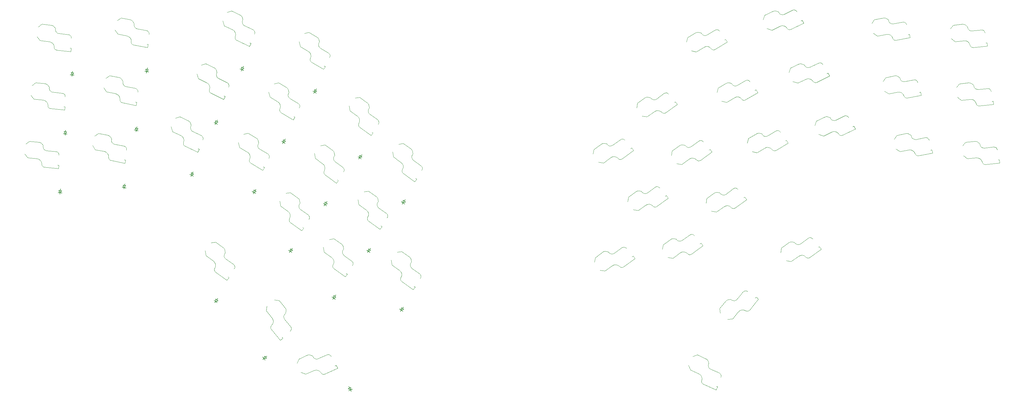
<source format=gbo>
G04 #@! TF.GenerationSoftware,KiCad,Pcbnew,8.0.3*
G04 #@! TF.CreationDate,2024-06-16T15:20:09+01:00*
G04 #@! TF.ProjectId,ykb,796b622e-6b69-4636-9164-5f7063625858,v1.0.0*
G04 #@! TF.SameCoordinates,Original*
G04 #@! TF.FileFunction,Legend,Bot*
G04 #@! TF.FilePolarity,Positive*
%FSLAX46Y46*%
G04 Gerber Fmt 4.6, Leading zero omitted, Abs format (unit mm)*
G04 Created by KiCad (PCBNEW 8.0.3) date 2024-06-16 15:20:09*
%MOMM*%
%LPD*%
G01*
G04 APERTURE LIST*
G04 Aperture macros list*
%AMRoundRect*
0 Rectangle with rounded corners*
0 $1 Rounding radius*
0 $2 $3 $4 $5 $6 $7 $8 $9 X,Y pos of 4 corners*
0 Add a 4 corners polygon primitive as box body*
4,1,4,$2,$3,$4,$5,$6,$7,$8,$9,$2,$3,0*
0 Add four circle primitives for the rounded corners*
1,1,$1+$1,$2,$3*
1,1,$1+$1,$4,$5*
1,1,$1+$1,$6,$7*
1,1,$1+$1,$8,$9*
0 Add four rect primitives between the rounded corners*
20,1,$1+$1,$2,$3,$4,$5,0*
20,1,$1+$1,$4,$5,$6,$7,0*
20,1,$1+$1,$6,$7,$8,$9,0*
20,1,$1+$1,$8,$9,$2,$3,0*%
G04 Aperture macros list end*
%ADD10C,0.120000*%
%ADD11C,0.150000*%
%ADD12C,1.900000*%
%ADD13C,3.150000*%
%ADD14RoundRect,0.260000X-1.395932X-0.516913X0.549920X-1.383262X1.395932X0.516913X-0.549920X1.383262X0*%
%ADD15C,5.150000*%
%ADD16C,2.000000*%
%ADD17C,1.700000*%
%ADD18RoundRect,0.260000X0.138006X-1.482154X1.478458X0.173167X-0.138006X1.482154X-1.478458X-0.173167X0*%
%ADD19RoundRect,0.260000X-0.250306X-1.467369X1.472900X-0.215386X0.250306X1.467369X-1.472900X0.215386X0*%
%ADD20RoundRect,0.260000X-0.377244X-1.439970X1.448523X-0.342938X0.377244X1.439970X-1.448523X0.342938X0*%
%ADD21RoundRect,0.260000X-0.501310X-1.401611X1.413122X-0.467881X0.501310X1.401611X-1.413122X0.467881X0*%
%ADD22RoundRect,0.260000X-0.846992X-1.224104X1.243874X-0.817681X0.846992X1.224104X-1.243874X0.817681X0*%
%ADD23RoundRect,0.260000X-0.950456X-1.145626X1.167875X-0.922980X0.950456X1.145626X-1.167875X0.922980X0*%
%ADD24RoundRect,0.260000X-0.549920X-1.383262X1.395932X-0.516913X0.549920X1.383262X-1.395932X0.516913X0*%
%ADD25RoundRect,0.260000X-1.478458X0.173167X-0.138006X-1.482154X1.478458X-0.173167X0.138006X1.482154X0*%
%ADD26RoundRect,0.260000X-1.472900X-0.215386X0.250306X-1.467369X1.472900X0.215386X-0.250306X1.467369X0*%
%ADD27RoundRect,0.260000X-1.448523X-0.342938X0.377244X-1.439970X1.448523X0.342938X-0.377244X1.439970X0*%
%ADD28RoundRect,0.260000X-1.413122X-0.467881X0.501310X-1.401611X1.413122X0.467881X-0.501310X1.401611X0*%
%ADD29RoundRect,0.260000X-1.243874X-0.817681X0.846992X-1.224104X1.243874X0.817681X-0.846992X1.224104X0*%
%ADD30RoundRect,0.260000X-1.167875X-0.922980X0.950456X-1.145626X1.167875X0.922980X-0.950456X1.145626X0*%
%ADD31RoundRect,0.250000X0.467102X-0.065692X0.263734X0.391081X-0.467102X0.065692X-0.263734X-0.391081X0*%
%ADD32RoundRect,0.250000X0.057442X-0.468188X0.446015X-0.153528X-0.057442X0.468188X-0.446015X0.153528X0*%
%ADD33RoundRect,0.250000X0.176660X-0.437368X0.470553X-0.032860X-0.176660X0.437368X-0.470553X0.032860X0*%
%ADD34RoundRect,0.250000X0.214107X-0.420307X0.471626X0.008277X-0.214107X0.420307X-0.471626X-0.008277X0*%
%ADD35RoundRect,0.250000X0.249925X-0.400047X0.469110X0.049350X-0.249925X0.400047X-0.469110X-0.049350X0*%
%ADD36RoundRect,0.250000X0.344949X-0.321730X0.440353X0.169083X-0.344949X0.321730X-0.440353X-0.169083X0*%
%ADD37RoundRect,0.250000X0.371677X-0.290442X0.423941X0.206819X-0.371677X0.290442X-0.423941X-0.206819X0*%
G04 APERTURE END LIST*
D10*
G04 #@! TO.C,S44*
X286587219Y-214260256D02*
X286918836Y-214407901D01*
X286918836Y-214407901D02*
X286535690Y-215268461D01*
X286535690Y-215268461D02*
X282802943Y-213606535D01*
X282802943Y-213606535D02*
X282543742Y-213426547D01*
X282543742Y-213426547D02*
X282362575Y-213159799D01*
X282362575Y-213159799D02*
X282291199Y-212845604D01*
X282291199Y-212845604D02*
X282337496Y-212540015D01*
X282337496Y-212540015D02*
X282423769Y-211967619D01*
X282423769Y-211967619D02*
X282299242Y-211416306D01*
X282299242Y-211416306D02*
X281983268Y-210948329D01*
X281983268Y-210948329D02*
X281512563Y-210623821D01*
X281512563Y-210623821D02*
X279094408Y-209547189D01*
X279094408Y-209547189D02*
X278576956Y-208199181D01*
X279806386Y-205644359D02*
X281043490Y-205169479D01*
X281043490Y-205169479D02*
X283553000Y-206286785D01*
X283553000Y-206286785D02*
X283888620Y-206523783D01*
X283888620Y-206523783D02*
X284107909Y-206872089D01*
X284107909Y-206872089D02*
X284378039Y-207575799D01*
X284378039Y-207575799D02*
X284287743Y-207778606D01*
X284287743Y-207778606D02*
X284189071Y-208214125D01*
X284189071Y-208214125D02*
X284262704Y-208648640D01*
X284262704Y-208648640D02*
X284498731Y-209020818D01*
X284498731Y-209020818D02*
X284863478Y-209278447D01*
X284863478Y-209278447D02*
X287421405Y-210417310D01*
X287421405Y-210417310D02*
X287693697Y-210609693D01*
X287693697Y-210609693D02*
X287875357Y-210897459D01*
X287875357Y-210897459D02*
X287932910Y-211232866D01*
X287932910Y-211232866D02*
X287836885Y-211657523D01*
G04 #@! TO.C,S43*
X297757667Y-188762922D02*
X297986111Y-188480818D01*
X297986111Y-188480818D02*
X298718182Y-189073638D01*
X298718182Y-189073638D02*
X296146779Y-192249057D01*
X296146779Y-192249057D02*
X295905838Y-192452842D01*
X295905838Y-192452842D02*
X295601289Y-192558795D01*
X295601289Y-192558795D02*
X295279327Y-192546420D01*
X295279327Y-192546420D02*
X294996133Y-192422608D01*
X294996133Y-192422608D02*
X294465570Y-192191128D01*
X294465570Y-192191128D02*
X293900813Y-192168721D01*
X293900813Y-192168721D02*
X293367002Y-192352807D01*
X293367002Y-192352807D02*
X292931723Y-192723485D01*
X292931723Y-192723485D02*
X291265912Y-194780590D01*
X291265912Y-194780590D02*
X289829910Y-194931520D01*
X287680342Y-193082746D02*
X287541829Y-191764887D01*
X287541829Y-191764887D02*
X289270572Y-189630067D01*
X289270572Y-189630067D02*
X289586360Y-189367223D01*
X289586360Y-189367223D02*
X289979554Y-189245553D01*
X289979554Y-189245553D02*
X290729200Y-189166762D01*
X290729200Y-189166762D02*
X290901727Y-189306471D01*
X290901727Y-189306471D02*
X291296868Y-189514502D01*
X291296868Y-189514502D02*
X291735634Y-189555839D01*
X291735634Y-189555839D02*
X292156219Y-189424181D01*
X292156219Y-189424181D02*
X292499473Y-189138541D01*
X292499473Y-189138541D02*
X294261570Y-186962533D01*
X294261570Y-186962533D02*
X294517872Y-186749312D01*
X294517872Y-186749312D02*
X294842850Y-186648321D01*
X294842850Y-186648321D02*
X295181724Y-186679538D01*
X295181724Y-186679538D02*
X295567058Y-186882201D01*
G04 #@! TO.C,S42*
X315955391Y-174097459D02*
X316249064Y-173884093D01*
X316249064Y-173884093D02*
X316802758Y-174646187D01*
X316802758Y-174646187D02*
X313497114Y-177047877D01*
X313497114Y-177047877D02*
X313211640Y-177182359D01*
X313211640Y-177182359D02*
X312890046Y-177205879D01*
X312890046Y-177205879D02*
X312582257Y-177110595D01*
X312582257Y-177110595D02*
X312340757Y-176917707D01*
X312340757Y-176917707D02*
X311888184Y-176556794D01*
X311888184Y-176556794D02*
X311348470Y-176388981D01*
X311348470Y-176388981D02*
X310785203Y-176428634D01*
X310785203Y-176428634D02*
X310268818Y-176674022D01*
X310268818Y-176674022D02*
X308127350Y-178229890D01*
X308127350Y-178229890D02*
X306701215Y-178004012D01*
X305103389Y-175661884D02*
X305310683Y-174353081D01*
X305310683Y-174353081D02*
X307533053Y-172738434D01*
X307533053Y-172738434D02*
X307906110Y-172566278D01*
X307906110Y-172566278D02*
X308317396Y-172550521D01*
X308317396Y-172550521D02*
X309061892Y-172668437D01*
X309061892Y-172668437D02*
X309192380Y-172848039D01*
X309192380Y-172848039D02*
X309520214Y-173151251D01*
X309520214Y-173151251D02*
X309933332Y-173304741D01*
X309933332Y-173304741D02*
X310373661Y-173286424D01*
X310373661Y-173286424D02*
X310779147Y-173099358D01*
X310779147Y-173099358D02*
X313044395Y-171453560D01*
X313044395Y-171453560D02*
X313347150Y-171313940D01*
X313347150Y-171313940D02*
X313687193Y-171300501D01*
X313687193Y-171300501D02*
X314006440Y-171418361D01*
X314006440Y-171418361D02*
X314326191Y-171713850D01*
G04 #@! TO.C,S41*
X262312824Y-176823372D02*
X262606497Y-176610006D01*
X262606497Y-176610006D02*
X263160191Y-177372100D01*
X263160191Y-177372100D02*
X259854547Y-179773790D01*
X259854547Y-179773790D02*
X259569073Y-179908272D01*
X259569073Y-179908272D02*
X259247479Y-179931792D01*
X259247479Y-179931792D02*
X258939690Y-179836508D01*
X258939690Y-179836508D02*
X258698190Y-179643620D01*
X258698190Y-179643620D02*
X258245617Y-179282707D01*
X258245617Y-179282707D02*
X257705903Y-179114894D01*
X257705903Y-179114894D02*
X257142636Y-179154547D01*
X257142636Y-179154547D02*
X256626251Y-179399935D01*
X256626251Y-179399935D02*
X254484783Y-180955803D01*
X254484783Y-180955803D02*
X253058648Y-180729925D01*
X251460822Y-178387797D02*
X251668116Y-177078994D01*
X251668116Y-177078994D02*
X253890486Y-175464347D01*
X253890486Y-175464347D02*
X254263543Y-175292191D01*
X254263543Y-175292191D02*
X254674829Y-175276434D01*
X254674829Y-175276434D02*
X255419325Y-175394350D01*
X255419325Y-175394350D02*
X255549813Y-175573952D01*
X255549813Y-175573952D02*
X255877647Y-175877164D01*
X255877647Y-175877164D02*
X256290765Y-176030654D01*
X256290765Y-176030654D02*
X256731094Y-176012337D01*
X256731094Y-176012337D02*
X257136580Y-175825271D01*
X257136580Y-175825271D02*
X259401828Y-174179473D01*
X259401828Y-174179473D02*
X259704583Y-174039853D01*
X259704583Y-174039853D02*
X260044626Y-174026414D01*
X260044626Y-174026414D02*
X260363873Y-174144274D01*
X260363873Y-174144274D02*
X260683624Y-174439763D01*
G04 #@! TO.C,S40*
X261886606Y-145613304D02*
X262180279Y-145399938D01*
X262180279Y-145399938D02*
X262733973Y-146162032D01*
X262733973Y-146162032D02*
X259428329Y-148563722D01*
X259428329Y-148563722D02*
X259142855Y-148698204D01*
X259142855Y-148698204D02*
X258821261Y-148721724D01*
X258821261Y-148721724D02*
X258513472Y-148626440D01*
X258513472Y-148626440D02*
X258271972Y-148433552D01*
X258271972Y-148433552D02*
X257819399Y-148072639D01*
X257819399Y-148072639D02*
X257279685Y-147904826D01*
X257279685Y-147904826D02*
X256716418Y-147944479D01*
X256716418Y-147944479D02*
X256200033Y-148189867D01*
X256200033Y-148189867D02*
X254058565Y-149745735D01*
X254058565Y-149745735D02*
X252632430Y-149519857D01*
X251034604Y-147177729D02*
X251241898Y-145868926D01*
X251241898Y-145868926D02*
X253464268Y-144254279D01*
X253464268Y-144254279D02*
X253837325Y-144082123D01*
X253837325Y-144082123D02*
X254248611Y-144066366D01*
X254248611Y-144066366D02*
X254993107Y-144184282D01*
X254993107Y-144184282D02*
X255123595Y-144363884D01*
X255123595Y-144363884D02*
X255451429Y-144667096D01*
X255451429Y-144667096D02*
X255864547Y-144820586D01*
X255864547Y-144820586D02*
X256304876Y-144802269D01*
X256304876Y-144802269D02*
X256710362Y-144615203D01*
X256710362Y-144615203D02*
X258975610Y-142969405D01*
X258975610Y-142969405D02*
X259278365Y-142829785D01*
X259278365Y-142829785D02*
X259618408Y-142816346D01*
X259618408Y-142816346D02*
X259937655Y-142934206D01*
X259937655Y-142934206D02*
X260257406Y-143229695D01*
G04 #@! TO.C,S39*
X271878955Y-159366593D02*
X272172628Y-159153227D01*
X272172628Y-159153227D02*
X272726322Y-159915321D01*
X272726322Y-159915321D02*
X269420678Y-162317011D01*
X269420678Y-162317011D02*
X269135204Y-162451493D01*
X269135204Y-162451493D02*
X268813610Y-162475013D01*
X268813610Y-162475013D02*
X268505821Y-162379729D01*
X268505821Y-162379729D02*
X268264321Y-162186841D01*
X268264321Y-162186841D02*
X267811748Y-161825928D01*
X267811748Y-161825928D02*
X267272034Y-161658115D01*
X267272034Y-161658115D02*
X266708767Y-161697768D01*
X266708767Y-161697768D02*
X266192382Y-161943156D01*
X266192382Y-161943156D02*
X264050914Y-163499024D01*
X264050914Y-163499024D02*
X262624779Y-163273146D01*
X261026953Y-160931018D02*
X261234247Y-159622215D01*
X261234247Y-159622215D02*
X263456617Y-158007568D01*
X263456617Y-158007568D02*
X263829674Y-157835412D01*
X263829674Y-157835412D02*
X264240960Y-157819655D01*
X264240960Y-157819655D02*
X264985456Y-157937571D01*
X264985456Y-157937571D02*
X265115944Y-158117173D01*
X265115944Y-158117173D02*
X265443778Y-158420385D01*
X265443778Y-158420385D02*
X265856896Y-158573875D01*
X265856896Y-158573875D02*
X266297225Y-158555558D01*
X266297225Y-158555558D02*
X266702711Y-158368492D01*
X266702711Y-158368492D02*
X268967959Y-156722694D01*
X268967959Y-156722694D02*
X269270714Y-156583074D01*
X269270714Y-156583074D02*
X269610757Y-156569635D01*
X269610757Y-156569635D02*
X269930004Y-156687495D01*
X269930004Y-156687495D02*
X270249755Y-156982984D01*
G04 #@! TO.C,S38*
X281871304Y-173119882D02*
X282164977Y-172906516D01*
X282164977Y-172906516D02*
X282718671Y-173668610D01*
X282718671Y-173668610D02*
X279413027Y-176070300D01*
X279413027Y-176070300D02*
X279127553Y-176204782D01*
X279127553Y-176204782D02*
X278805959Y-176228302D01*
X278805959Y-176228302D02*
X278498170Y-176133018D01*
X278498170Y-176133018D02*
X278256670Y-175940130D01*
X278256670Y-175940130D02*
X277804097Y-175579217D01*
X277804097Y-175579217D02*
X277264383Y-175411404D01*
X277264383Y-175411404D02*
X276701116Y-175451057D01*
X276701116Y-175451057D02*
X276184731Y-175696445D01*
X276184731Y-175696445D02*
X274043263Y-177252313D01*
X274043263Y-177252313D02*
X272617128Y-177026435D01*
X271019302Y-174684307D02*
X271226596Y-173375504D01*
X271226596Y-173375504D02*
X273448966Y-171760857D01*
X273448966Y-171760857D02*
X273822023Y-171588701D01*
X273822023Y-171588701D02*
X274233309Y-171572944D01*
X274233309Y-171572944D02*
X274977805Y-171690860D01*
X274977805Y-171690860D02*
X275108293Y-171870462D01*
X275108293Y-171870462D02*
X275436127Y-172173674D01*
X275436127Y-172173674D02*
X275849245Y-172327164D01*
X275849245Y-172327164D02*
X276289574Y-172308847D01*
X276289574Y-172308847D02*
X276695060Y-172121781D01*
X276695060Y-172121781D02*
X278960308Y-170475983D01*
X278960308Y-170475983D02*
X279263063Y-170336363D01*
X279263063Y-170336363D02*
X279603106Y-170322924D01*
X279603106Y-170322924D02*
X279922353Y-170440784D01*
X279922353Y-170440784D02*
X280242104Y-170736273D01*
G04 #@! TO.C,S37*
X274450442Y-132282512D02*
X274744115Y-132069146D01*
X274744115Y-132069146D02*
X275297809Y-132831240D01*
X275297809Y-132831240D02*
X271992165Y-135232930D01*
X271992165Y-135232930D02*
X271706691Y-135367412D01*
X271706691Y-135367412D02*
X271385097Y-135390932D01*
X271385097Y-135390932D02*
X271077308Y-135295648D01*
X271077308Y-135295648D02*
X270835808Y-135102760D01*
X270835808Y-135102760D02*
X270383235Y-134741847D01*
X270383235Y-134741847D02*
X269843521Y-134574034D01*
X269843521Y-134574034D02*
X269280254Y-134613687D01*
X269280254Y-134613687D02*
X268763869Y-134859075D01*
X268763869Y-134859075D02*
X266622401Y-136414943D01*
X266622401Y-136414943D02*
X265196266Y-136189065D01*
X263598440Y-133846937D02*
X263805734Y-132538134D01*
X263805734Y-132538134D02*
X266028104Y-130923487D01*
X266028104Y-130923487D02*
X266401161Y-130751331D01*
X266401161Y-130751331D02*
X266812447Y-130735574D01*
X266812447Y-130735574D02*
X267556943Y-130853490D01*
X267556943Y-130853490D02*
X267687431Y-131033092D01*
X267687431Y-131033092D02*
X268015265Y-131336304D01*
X268015265Y-131336304D02*
X268428383Y-131489794D01*
X268428383Y-131489794D02*
X268868712Y-131471477D01*
X268868712Y-131471477D02*
X269274198Y-131284411D01*
X269274198Y-131284411D02*
X271539446Y-129638613D01*
X271539446Y-129638613D02*
X271842201Y-129498993D01*
X271842201Y-129498993D02*
X272182244Y-129485554D01*
X272182244Y-129485554D02*
X272501491Y-129603414D01*
X272501491Y-129603414D02*
X272821242Y-129898903D01*
G04 #@! TO.C,S36*
X284442791Y-146035801D02*
X284736464Y-145822435D01*
X284736464Y-145822435D02*
X285290158Y-146584529D01*
X285290158Y-146584529D02*
X281984514Y-148986219D01*
X281984514Y-148986219D02*
X281699040Y-149120701D01*
X281699040Y-149120701D02*
X281377446Y-149144221D01*
X281377446Y-149144221D02*
X281069657Y-149048937D01*
X281069657Y-149048937D02*
X280828157Y-148856049D01*
X280828157Y-148856049D02*
X280375584Y-148495136D01*
X280375584Y-148495136D02*
X279835870Y-148327323D01*
X279835870Y-148327323D02*
X279272603Y-148366976D01*
X279272603Y-148366976D02*
X278756218Y-148612364D01*
X278756218Y-148612364D02*
X276614750Y-150168232D01*
X276614750Y-150168232D02*
X275188615Y-149942354D01*
X273590789Y-147600226D02*
X273798083Y-146291423D01*
X273798083Y-146291423D02*
X276020453Y-144676776D01*
X276020453Y-144676776D02*
X276393510Y-144504620D01*
X276393510Y-144504620D02*
X276804796Y-144488863D01*
X276804796Y-144488863D02*
X277549292Y-144606779D01*
X277549292Y-144606779D02*
X277679780Y-144786381D01*
X277679780Y-144786381D02*
X278007614Y-145089593D01*
X278007614Y-145089593D02*
X278420732Y-145243083D01*
X278420732Y-145243083D02*
X278861061Y-145224766D01*
X278861061Y-145224766D02*
X279266547Y-145037700D01*
X279266547Y-145037700D02*
X281531795Y-143391902D01*
X281531795Y-143391902D02*
X281834550Y-143252282D01*
X281834550Y-143252282D02*
X282174593Y-143238843D01*
X282174593Y-143238843D02*
X282493840Y-143356703D01*
X282493840Y-143356703D02*
X282813591Y-143652192D01*
G04 #@! TO.C,S35*
X294435140Y-159789090D02*
X294728813Y-159575724D01*
X294728813Y-159575724D02*
X295282507Y-160337818D01*
X295282507Y-160337818D02*
X291976863Y-162739508D01*
X291976863Y-162739508D02*
X291691389Y-162873990D01*
X291691389Y-162873990D02*
X291369795Y-162897510D01*
X291369795Y-162897510D02*
X291062006Y-162802226D01*
X291062006Y-162802226D02*
X290820506Y-162609338D01*
X290820506Y-162609338D02*
X290367933Y-162248425D01*
X290367933Y-162248425D02*
X289828219Y-162080612D01*
X289828219Y-162080612D02*
X289264952Y-162120265D01*
X289264952Y-162120265D02*
X288748567Y-162365653D01*
X288748567Y-162365653D02*
X286607099Y-163921521D01*
X286607099Y-163921521D02*
X285180964Y-163695643D01*
X283583138Y-161353515D02*
X283790432Y-160044712D01*
X283790432Y-160044712D02*
X286012802Y-158430065D01*
X286012802Y-158430065D02*
X286385859Y-158257909D01*
X286385859Y-158257909D02*
X286797145Y-158242152D01*
X286797145Y-158242152D02*
X287541641Y-158360068D01*
X287541641Y-158360068D02*
X287672129Y-158539670D01*
X287672129Y-158539670D02*
X287999963Y-158842882D01*
X287999963Y-158842882D02*
X288413081Y-158996372D01*
X288413081Y-158996372D02*
X288853410Y-158978055D01*
X288853410Y-158978055D02*
X289258896Y-158790989D01*
X289258896Y-158790989D02*
X291524144Y-157145191D01*
X291524144Y-157145191D02*
X291826899Y-157005571D01*
X291826899Y-157005571D02*
X292166942Y-156992132D01*
X292166942Y-156992132D02*
X292486189Y-157109992D01*
X292486189Y-157109992D02*
X292805940Y-157405481D01*
G04 #@! TO.C,S34*
X288929223Y-114219157D02*
X289240375Y-114032198D01*
X289240375Y-114032198D02*
X289725541Y-114839649D01*
X289725541Y-114839649D02*
X286223155Y-116944095D01*
X286223155Y-116944095D02*
X285927046Y-117053184D01*
X285927046Y-117053184D02*
X285604626Y-117048586D01*
X285604626Y-117048586D02*
X285306313Y-116926839D01*
X285306313Y-116926839D02*
X285082543Y-116713636D01*
X285082543Y-116713636D02*
X284663148Y-116314653D01*
X284663148Y-116314653D02*
X284140114Y-116100439D01*
X284140114Y-116100439D02*
X283575534Y-116090849D01*
X283575534Y-116090849D02*
X283039727Y-116290298D01*
X283039727Y-116290298D02*
X280770805Y-117653604D01*
X280770805Y-117653604D02*
X279369784Y-117304290D01*
X277982168Y-114831814D02*
X278302743Y-113546058D01*
X278302743Y-113546058D02*
X280657381Y-112131248D01*
X280657381Y-112131248D02*
X281044023Y-111992261D01*
X281044023Y-111992261D02*
X281455118Y-112012410D01*
X281455118Y-112012410D02*
X282186503Y-112194765D01*
X282186503Y-112194765D02*
X282300842Y-112385056D01*
X282300842Y-112385056D02*
X282601002Y-112715687D01*
X282601002Y-112715687D02*
X282999170Y-112904598D01*
X282999170Y-112904598D02*
X283439419Y-112924728D01*
X283439419Y-112924728D02*
X283859667Y-112773715D01*
X283859667Y-112773715D02*
X286259735Y-111331608D01*
X286259735Y-111331608D02*
X286573507Y-111218906D01*
X286573507Y-111218906D02*
X286913427Y-111235155D01*
X286913427Y-111235155D02*
X287221188Y-111380391D01*
X287221188Y-111380391D02*
X287513968Y-111702624D01*
G04 #@! TO.C,S33*
X297684870Y-128791001D02*
X297996022Y-128604042D01*
X297996022Y-128604042D02*
X298481188Y-129411493D01*
X298481188Y-129411493D02*
X294978802Y-131515939D01*
X294978802Y-131515939D02*
X294682693Y-131625028D01*
X294682693Y-131625028D02*
X294360273Y-131620430D01*
X294360273Y-131620430D02*
X294061960Y-131498683D01*
X294061960Y-131498683D02*
X293838190Y-131285480D01*
X293838190Y-131285480D02*
X293418795Y-130886497D01*
X293418795Y-130886497D02*
X292895761Y-130672283D01*
X292895761Y-130672283D02*
X292331181Y-130662693D01*
X292331181Y-130662693D02*
X291795374Y-130862142D01*
X291795374Y-130862142D02*
X289526452Y-132225448D01*
X289526452Y-132225448D02*
X288125431Y-131876134D01*
X286737815Y-129403658D02*
X287058390Y-128117902D01*
X287058390Y-128117902D02*
X289413028Y-126703092D01*
X289413028Y-126703092D02*
X289799670Y-126564105D01*
X289799670Y-126564105D02*
X290210765Y-126584254D01*
X290210765Y-126584254D02*
X290942150Y-126766609D01*
X290942150Y-126766609D02*
X291056489Y-126956900D01*
X291056489Y-126956900D02*
X291356649Y-127287531D01*
X291356649Y-127287531D02*
X291754817Y-127476442D01*
X291754817Y-127476442D02*
X292195066Y-127496572D01*
X292195066Y-127496572D02*
X292615314Y-127345559D01*
X292615314Y-127345559D02*
X295015382Y-125903452D01*
X295015382Y-125903452D02*
X295329154Y-125790750D01*
X295329154Y-125790750D02*
X295669074Y-125806999D01*
X295669074Y-125806999D02*
X295976835Y-125952235D01*
X295976835Y-125952235D02*
X296269615Y-126274468D01*
G04 #@! TO.C,S32*
X306440517Y-143362845D02*
X306751669Y-143175886D01*
X306751669Y-143175886D02*
X307236835Y-143983337D01*
X307236835Y-143983337D02*
X303734449Y-146087783D01*
X303734449Y-146087783D02*
X303438340Y-146196872D01*
X303438340Y-146196872D02*
X303115920Y-146192274D01*
X303115920Y-146192274D02*
X302817607Y-146070527D01*
X302817607Y-146070527D02*
X302593837Y-145857324D01*
X302593837Y-145857324D02*
X302174442Y-145458341D01*
X302174442Y-145458341D02*
X301651408Y-145244127D01*
X301651408Y-145244127D02*
X301086828Y-145234537D01*
X301086828Y-145234537D02*
X300551021Y-145433986D01*
X300551021Y-145433986D02*
X298282099Y-146797292D01*
X298282099Y-146797292D02*
X296881078Y-146447978D01*
X295493462Y-143975502D02*
X295814037Y-142689746D01*
X295814037Y-142689746D02*
X298168675Y-141274936D01*
X298168675Y-141274936D02*
X298555317Y-141135949D01*
X298555317Y-141135949D02*
X298966412Y-141156098D01*
X298966412Y-141156098D02*
X299697797Y-141338453D01*
X299697797Y-141338453D02*
X299812136Y-141528744D01*
X299812136Y-141528744D02*
X300112296Y-141859375D01*
X300112296Y-141859375D02*
X300510464Y-142048286D01*
X300510464Y-142048286D02*
X300950713Y-142068416D01*
X300950713Y-142068416D02*
X301370961Y-141917403D01*
X301370961Y-141917403D02*
X303771029Y-140475296D01*
X303771029Y-140475296D02*
X304084801Y-140362594D01*
X304084801Y-140362594D02*
X304424721Y-140378843D01*
X304424721Y-140378843D02*
X304732482Y-140524079D01*
X304732482Y-140524079D02*
X305025262Y-140846312D01*
G04 #@! TO.C,S31*
X310976467Y-108696311D02*
X311302729Y-108537182D01*
X311302729Y-108537182D02*
X311715675Y-109383846D01*
X311715675Y-109383846D02*
X308043202Y-111175031D01*
X308043202Y-111175031D02*
X307738712Y-111257897D01*
X307738712Y-111257897D02*
X307417920Y-111225215D01*
X307417920Y-111225215D02*
X307131353Y-111077932D01*
X307131353Y-111077932D02*
X306927017Y-110846038D01*
X306927017Y-110846038D02*
X306543991Y-110412020D01*
X306543991Y-110412020D02*
X306041617Y-110153036D01*
X306041617Y-110153036D02*
X305480022Y-110094276D01*
X305480022Y-110094276D02*
X304928870Y-110246267D01*
X304928870Y-110246267D02*
X302549763Y-111406636D01*
X302549763Y-111406636D02*
X301184517Y-110936544D01*
X300017672Y-108352539D02*
X300449088Y-107099615D01*
X300449088Y-107099615D02*
X302918075Y-105895409D01*
X302918075Y-105895409D02*
X303315359Y-105790649D01*
X303315359Y-105790649D02*
X303723134Y-105846550D01*
X303723134Y-105846550D02*
X304435843Y-106091956D01*
X304435843Y-106091956D02*
X304533161Y-106291488D01*
X304533161Y-106291488D02*
X304803363Y-106647021D01*
X304803363Y-106647021D02*
X305183551Y-106869916D01*
X305183551Y-106869916D02*
X305620371Y-106928340D01*
X305620371Y-106928340D02*
X306052181Y-106814528D01*
X306052181Y-106814528D02*
X308568804Y-105587089D01*
X308568804Y-105587089D02*
X308891204Y-105502163D01*
X308891204Y-105502163D02*
X309228415Y-105547976D01*
X309228415Y-105547976D02*
X309522346Y-105719483D01*
X309522346Y-105719483D02*
X309785928Y-106066006D01*
G04 #@! TO.C,S30*
X318428776Y-123975810D02*
X318755038Y-123816681D01*
X318755038Y-123816681D02*
X319167984Y-124663345D01*
X319167984Y-124663345D02*
X315495511Y-126454530D01*
X315495511Y-126454530D02*
X315191021Y-126537396D01*
X315191021Y-126537396D02*
X314870229Y-126504714D01*
X314870229Y-126504714D02*
X314583662Y-126357431D01*
X314583662Y-126357431D02*
X314379326Y-126125537D01*
X314379326Y-126125537D02*
X313996300Y-125691519D01*
X313996300Y-125691519D02*
X313493926Y-125432535D01*
X313493926Y-125432535D02*
X312932331Y-125373775D01*
X312932331Y-125373775D02*
X312381179Y-125525766D01*
X312381179Y-125525766D02*
X310002072Y-126686135D01*
X310002072Y-126686135D02*
X308636826Y-126216043D01*
X307469981Y-123632038D02*
X307901397Y-122379114D01*
X307901397Y-122379114D02*
X310370384Y-121174908D01*
X310370384Y-121174908D02*
X310767668Y-121070148D01*
X310767668Y-121070148D02*
X311175443Y-121126049D01*
X311175443Y-121126049D02*
X311888152Y-121371455D01*
X311888152Y-121371455D02*
X311985470Y-121570987D01*
X311985470Y-121570987D02*
X312255672Y-121926520D01*
X312255672Y-121926520D02*
X312635860Y-122149415D01*
X312635860Y-122149415D02*
X313072680Y-122207839D01*
X313072680Y-122207839D02*
X313504490Y-122094027D01*
X313504490Y-122094027D02*
X316021113Y-120866588D01*
X316021113Y-120866588D02*
X316343513Y-120781662D01*
X316343513Y-120781662D02*
X316680724Y-120827475D01*
X316680724Y-120827475D02*
X316974655Y-120998982D01*
X316974655Y-120998982D02*
X317238237Y-121345505D01*
G04 #@! TO.C,S29*
X325881086Y-139255309D02*
X326207348Y-139096180D01*
X326207348Y-139096180D02*
X326620294Y-139942844D01*
X326620294Y-139942844D02*
X322947821Y-141734029D01*
X322947821Y-141734029D02*
X322643331Y-141816895D01*
X322643331Y-141816895D02*
X322322539Y-141784213D01*
X322322539Y-141784213D02*
X322035972Y-141636930D01*
X322035972Y-141636930D02*
X321831636Y-141405036D01*
X321831636Y-141405036D02*
X321448610Y-140971018D01*
X321448610Y-140971018D02*
X320946236Y-140712034D01*
X320946236Y-140712034D02*
X320384641Y-140653274D01*
X320384641Y-140653274D02*
X319833489Y-140805265D01*
X319833489Y-140805265D02*
X317454382Y-141965634D01*
X317454382Y-141965634D02*
X316089136Y-141495542D01*
X314922291Y-138911537D02*
X315353707Y-137658613D01*
X315353707Y-137658613D02*
X317822694Y-136454407D01*
X317822694Y-136454407D02*
X318219978Y-136349647D01*
X318219978Y-136349647D02*
X318627753Y-136405548D01*
X318627753Y-136405548D02*
X319340462Y-136650954D01*
X319340462Y-136650954D02*
X319437780Y-136850486D01*
X319437780Y-136850486D02*
X319707982Y-137206019D01*
X319707982Y-137206019D02*
X320088170Y-137428914D01*
X320088170Y-137428914D02*
X320524990Y-137487338D01*
X320524990Y-137487338D02*
X320956800Y-137373526D01*
X320956800Y-137373526D02*
X323473423Y-136146087D01*
X323473423Y-136146087D02*
X323795823Y-136061161D01*
X323795823Y-136061161D02*
X324133034Y-136106974D01*
X324133034Y-136106974D02*
X324426965Y-136278481D01*
X324426965Y-136278481D02*
X324690547Y-136625004D01*
G04 #@! TO.C,S28*
X341839297Y-112672063D02*
X342195628Y-112602799D01*
X342195628Y-112602799D02*
X342375370Y-113527492D01*
X342375370Y-113527492D02*
X338364441Y-114307138D01*
X338364441Y-114307138D02*
X338048879Y-114308373D01*
X338048879Y-114308373D02*
X337747476Y-114193778D01*
X337747476Y-114193778D02*
X337508793Y-113977344D01*
X337508793Y-113977344D02*
X337371439Y-113700465D01*
X337371439Y-113700465D02*
X337113797Y-113182102D01*
X337113797Y-113182102D02*
X336695570Y-112801918D01*
X336695570Y-112801918D02*
X336168319Y-112599809D01*
X336168319Y-112599809D02*
X335596609Y-112603973D01*
X335596609Y-112603973D02*
X332998242Y-113109044D01*
X332998242Y-113109044D02*
X331801185Y-112301619D01*
X331342889Y-109503660D02*
X332083886Y-108405087D01*
X332083886Y-108405087D02*
X334780415Y-107880935D01*
X334780415Y-107880935D02*
X335191276Y-107882569D01*
X335191276Y-107882569D02*
X335570688Y-108042105D01*
X335570688Y-108042105D02*
X336195596Y-108463611D01*
X336195596Y-108463611D02*
X336237956Y-108681532D01*
X336237956Y-108681532D02*
X336406932Y-109094884D01*
X336406932Y-109094884D02*
X336716476Y-109408584D01*
X336716476Y-109408584D02*
X337123290Y-109578074D01*
X337123290Y-109578074D02*
X337569843Y-109579902D01*
X337569843Y-109579902D02*
X340318399Y-109045636D01*
X340318399Y-109045636D02*
X340651794Y-109047048D01*
X340651794Y-109047048D02*
X340965657Y-109178576D01*
X340965657Y-109178576D02*
X341205184Y-109420314D01*
X341205184Y-109420314D02*
X341370098Y-109823250D01*
G04 #@! TO.C,S27*
X345083049Y-129359725D02*
X345439380Y-129290461D01*
X345439380Y-129290461D02*
X345619122Y-130215154D01*
X345619122Y-130215154D02*
X341608193Y-130994800D01*
X341608193Y-130994800D02*
X341292631Y-130996035D01*
X341292631Y-130996035D02*
X340991228Y-130881440D01*
X340991228Y-130881440D02*
X340752545Y-130665006D01*
X340752545Y-130665006D02*
X340615191Y-130388127D01*
X340615191Y-130388127D02*
X340357549Y-129869764D01*
X340357549Y-129869764D02*
X339939322Y-129489580D01*
X339939322Y-129489580D02*
X339412071Y-129287471D01*
X339412071Y-129287471D02*
X338840361Y-129291635D01*
X338840361Y-129291635D02*
X336241994Y-129796706D01*
X336241994Y-129796706D02*
X335044937Y-128989281D01*
X334586641Y-126191322D02*
X335327638Y-125092749D01*
X335327638Y-125092749D02*
X338024167Y-124568597D01*
X338024167Y-124568597D02*
X338435028Y-124570231D01*
X338435028Y-124570231D02*
X338814440Y-124729767D01*
X338814440Y-124729767D02*
X339439348Y-125151273D01*
X339439348Y-125151273D02*
X339481708Y-125369194D01*
X339481708Y-125369194D02*
X339650684Y-125782546D01*
X339650684Y-125782546D02*
X339960228Y-126096246D01*
X339960228Y-126096246D02*
X340367042Y-126265736D01*
X340367042Y-126265736D02*
X340813595Y-126267564D01*
X340813595Y-126267564D02*
X343562151Y-125733298D01*
X343562151Y-125733298D02*
X343895546Y-125734710D01*
X343895546Y-125734710D02*
X344209409Y-125866238D01*
X344209409Y-125866238D02*
X344448936Y-126107976D01*
X344448936Y-126107976D02*
X344613850Y-126510912D01*
G04 #@! TO.C,S26*
X348326802Y-146047388D02*
X348683133Y-145978124D01*
X348683133Y-145978124D02*
X348862875Y-146902817D01*
X348862875Y-146902817D02*
X344851946Y-147682463D01*
X344851946Y-147682463D02*
X344536384Y-147683698D01*
X344536384Y-147683698D02*
X344234981Y-147569103D01*
X344234981Y-147569103D02*
X343996298Y-147352669D01*
X343996298Y-147352669D02*
X343858944Y-147075790D01*
X343858944Y-147075790D02*
X343601302Y-146557427D01*
X343601302Y-146557427D02*
X343183075Y-146177243D01*
X343183075Y-146177243D02*
X342655824Y-145975134D01*
X342655824Y-145975134D02*
X342084114Y-145979298D01*
X342084114Y-145979298D02*
X339485747Y-146484369D01*
X339485747Y-146484369D02*
X338288690Y-145676944D01*
X337830394Y-142878985D02*
X338571391Y-141780412D01*
X338571391Y-141780412D02*
X341267920Y-141256260D01*
X341267920Y-141256260D02*
X341678781Y-141257894D01*
X341678781Y-141257894D02*
X342058193Y-141417430D01*
X342058193Y-141417430D02*
X342683101Y-141838936D01*
X342683101Y-141838936D02*
X342725461Y-142056857D01*
X342725461Y-142056857D02*
X342894437Y-142470209D01*
X342894437Y-142470209D02*
X343203981Y-142783909D01*
X343203981Y-142783909D02*
X343610795Y-142953399D01*
X343610795Y-142953399D02*
X344057348Y-142955227D01*
X344057348Y-142955227D02*
X346805904Y-142420961D01*
X346805904Y-142420961D02*
X347139299Y-142422373D01*
X347139299Y-142422373D02*
X347453162Y-142553901D01*
X347453162Y-142553901D02*
X347692689Y-142795639D01*
X347692689Y-142795639D02*
X347857603Y-143198575D01*
G04 #@! TO.C,S25*
X364187012Y-115061572D02*
X364548023Y-115023628D01*
X364548023Y-115023628D02*
X364646489Y-115960468D01*
X364646489Y-115960468D02*
X360582872Y-116387571D01*
X360582872Y-116387571D02*
X360268403Y-116361298D01*
X360268403Y-116361298D02*
X359978135Y-116220870D01*
X359978135Y-116220870D02*
X359759224Y-115984457D01*
X359759224Y-115984457D02*
X359646523Y-115696661D01*
X359646523Y-115696661D02*
X359435040Y-115157815D01*
X359435040Y-115157815D02*
X359051540Y-114742628D01*
X359051540Y-114742628D02*
X358543910Y-114495335D01*
X358543910Y-114495335D02*
X357974013Y-114449655D01*
X357974013Y-114449655D02*
X355341514Y-114726342D01*
X355341514Y-114726342D02*
X354219384Y-113817658D01*
X354006690Y-110990403D02*
X354840614Y-109960593D01*
X354840614Y-109960593D02*
X357572565Y-109673453D01*
X357572565Y-109673453D02*
X357981720Y-109710890D01*
X357981720Y-109710890D02*
X358345783Y-109902887D01*
X358345783Y-109902887D02*
X358931577Y-110377253D01*
X358931577Y-110377253D02*
X358954782Y-110598037D01*
X358954782Y-110598037D02*
X359087089Y-111024544D01*
X359087089Y-111024544D02*
X359368115Y-111364028D01*
X359368115Y-111364028D02*
X359758609Y-111568330D01*
X359758609Y-111568330D02*
X360203304Y-111609070D01*
X360203304Y-111609070D02*
X362987965Y-111316390D01*
X362987965Y-111316390D02*
X363319968Y-111346853D01*
X363319968Y-111346853D02*
X363621174Y-111505236D01*
X363621174Y-111505236D02*
X363838720Y-111766930D01*
X363838720Y-111766930D02*
X363967888Y-112182706D01*
G04 #@! TO.C,S24*
X365963996Y-131968444D02*
X366325007Y-131930500D01*
X366325007Y-131930500D02*
X366423473Y-132867340D01*
X366423473Y-132867340D02*
X362359856Y-133294443D01*
X362359856Y-133294443D02*
X362045387Y-133268170D01*
X362045387Y-133268170D02*
X361755119Y-133127742D01*
X361755119Y-133127742D02*
X361536208Y-132891329D01*
X361536208Y-132891329D02*
X361423507Y-132603533D01*
X361423507Y-132603533D02*
X361212024Y-132064687D01*
X361212024Y-132064687D02*
X360828524Y-131649500D01*
X360828524Y-131649500D02*
X360320894Y-131402207D01*
X360320894Y-131402207D02*
X359750997Y-131356527D01*
X359750997Y-131356527D02*
X357118498Y-131633214D01*
X357118498Y-131633214D02*
X355996368Y-130724530D01*
X355783674Y-127897275D02*
X356617598Y-126867465D01*
X356617598Y-126867465D02*
X359349549Y-126580325D01*
X359349549Y-126580325D02*
X359758704Y-126617762D01*
X359758704Y-126617762D02*
X360122767Y-126809759D01*
X360122767Y-126809759D02*
X360708561Y-127284125D01*
X360708561Y-127284125D02*
X360731766Y-127504909D01*
X360731766Y-127504909D02*
X360864073Y-127931416D01*
X360864073Y-127931416D02*
X361145099Y-128270900D01*
X361145099Y-128270900D02*
X361535593Y-128475202D01*
X361535593Y-128475202D02*
X361980288Y-128515942D01*
X361980288Y-128515942D02*
X364764949Y-128223262D01*
X364764949Y-128223262D02*
X365096952Y-128253725D01*
X365096952Y-128253725D02*
X365398158Y-128412108D01*
X365398158Y-128412108D02*
X365615704Y-128673802D01*
X365615704Y-128673802D02*
X365744872Y-129089578D01*
G04 #@! TO.C,S23*
X367740980Y-148875316D02*
X368101991Y-148837372D01*
X368101991Y-148837372D02*
X368200457Y-149774212D01*
X368200457Y-149774212D02*
X364136840Y-150201315D01*
X364136840Y-150201315D02*
X363822371Y-150175042D01*
X363822371Y-150175042D02*
X363532103Y-150034614D01*
X363532103Y-150034614D02*
X363313192Y-149798201D01*
X363313192Y-149798201D02*
X363200491Y-149510405D01*
X363200491Y-149510405D02*
X362989008Y-148971559D01*
X362989008Y-148971559D02*
X362605508Y-148556372D01*
X362605508Y-148556372D02*
X362097878Y-148309079D01*
X362097878Y-148309079D02*
X361527981Y-148263399D01*
X361527981Y-148263399D02*
X358895482Y-148540086D01*
X358895482Y-148540086D02*
X357773352Y-147631402D01*
X357560658Y-144804147D02*
X358394582Y-143774337D01*
X358394582Y-143774337D02*
X361126533Y-143487197D01*
X361126533Y-143487197D02*
X361535688Y-143524634D01*
X361535688Y-143524634D02*
X361899751Y-143716631D01*
X361899751Y-143716631D02*
X362485545Y-144190997D01*
X362485545Y-144190997D02*
X362508750Y-144411781D01*
X362508750Y-144411781D02*
X362641057Y-144838288D01*
X362641057Y-144838288D02*
X362922083Y-145177772D01*
X362922083Y-145177772D02*
X363312577Y-145382074D01*
X363312577Y-145382074D02*
X363757272Y-145422814D01*
X363757272Y-145422814D02*
X366541933Y-145130134D01*
X366541933Y-145130134D02*
X366873936Y-145160597D01*
X366873936Y-145160597D02*
X367175142Y-145318980D01*
X367175142Y-145318980D02*
X367392688Y-145580674D01*
X367392688Y-145580674D02*
X367521856Y-145996450D01*
G04 #@! TO.C,S22*
X176719484Y-208335730D02*
X177051101Y-208188084D01*
X177051101Y-208188084D02*
X177434247Y-209048644D01*
X177434247Y-209048644D02*
X173701500Y-210710570D01*
X173701500Y-210710570D02*
X173394304Y-210782759D01*
X173394304Y-210782759D02*
X173074847Y-210738902D01*
X173074847Y-210738902D02*
X172793595Y-210581708D01*
X172793595Y-210581708D02*
X172597477Y-210342824D01*
X172597477Y-210342824D02*
X172229832Y-209895703D01*
X172229832Y-209895703D02*
X171736801Y-209619344D01*
X171736801Y-209619344D02*
X171177599Y-209541020D01*
X171177599Y-209541020D02*
X170621479Y-209673684D01*
X170621479Y-209673684D02*
X168203324Y-210750316D01*
X168203324Y-210750316D02*
X166855316Y-210232864D01*
X165779362Y-207609710D02*
X166254242Y-206372606D01*
X166254242Y-206372606D02*
X168763752Y-205255301D01*
X168763752Y-205255301D02*
X169164449Y-205164469D01*
X169164449Y-205164469D02*
X169570025Y-205234567D01*
X169570025Y-205234567D02*
X170273735Y-205504696D01*
X170273735Y-205504696D02*
X170364031Y-205707503D01*
X170364031Y-205707503D02*
X170621660Y-206072250D01*
X170621660Y-206072250D02*
X170993837Y-206308278D01*
X170993837Y-206308278D02*
X171428352Y-206381910D01*
X171428352Y-206381910D02*
X171863871Y-206283238D01*
X171863871Y-206283238D02*
X174421798Y-205144376D01*
X174421798Y-205144376D02*
X174746965Y-205070753D01*
X174746965Y-205070753D02*
X175082372Y-205128307D01*
X175082372Y-205128307D02*
X175370139Y-205309967D01*
X175370139Y-205309967D02*
X175621467Y-205665478D01*
G04 #@! TO.C,S21*
X161409013Y-200082830D02*
X161637456Y-200364934D01*
X161637456Y-200364934D02*
X160905384Y-200957754D01*
X160905384Y-200957754D02*
X158333981Y-197782336D01*
X158333981Y-197782336D02*
X158184744Y-197504291D01*
X158184744Y-197504291D02*
X158144425Y-197184368D01*
X158144425Y-197184368D02*
X158223469Y-196872014D01*
X158223469Y-196872014D02*
X158403455Y-196620751D01*
X158403455Y-196620751D02*
X158740187Y-196149910D01*
X158740187Y-196149910D02*
X158879524Y-195602152D01*
X158879524Y-195602152D02*
X158810446Y-195041732D01*
X158810446Y-195041732D02*
X158538368Y-194538898D01*
X158538368Y-194538898D02*
X156872557Y-192481792D01*
X156872557Y-192481792D02*
X157023487Y-191045790D01*
X159278781Y-189327577D02*
X160596640Y-189466089D01*
X160596640Y-189466089D02*
X162325383Y-191600909D01*
X162325383Y-191600909D02*
X162516828Y-191964445D01*
X162516828Y-191964445D02*
X162554089Y-192374343D01*
X162554089Y-192374343D02*
X162475298Y-193123989D01*
X162475298Y-193123989D02*
X162302772Y-193263699D01*
X162302772Y-193263699D02*
X162017133Y-193606953D01*
X162017133Y-193606953D02*
X161885474Y-194027537D01*
X161885474Y-194027537D02*
X161926811Y-194466304D01*
X161926811Y-194466304D02*
X162134842Y-194861444D01*
X162134842Y-194861444D02*
X163896939Y-197037453D01*
X163896939Y-197037453D02*
X164052212Y-197332486D01*
X164052212Y-197332486D02*
X164083429Y-197671359D01*
X164083429Y-197671359D02*
X163982438Y-197996338D01*
X163982438Y-197996338D02*
X163704089Y-198331115D01*
G04 #@! TO.C,S20*
X145828750Y-182659139D02*
X146122423Y-182872505D01*
X146122423Y-182872505D02*
X145568729Y-183634599D01*
X145568729Y-183634599D02*
X142263086Y-181232908D01*
X142263086Y-181232908D02*
X142046970Y-181002963D01*
X142046970Y-181002963D02*
X141925223Y-180704377D01*
X141925223Y-180704377D02*
X141920731Y-180382208D01*
X141920731Y-180382208D02*
X142029552Y-180092923D01*
X142029552Y-180092923D02*
X142232947Y-179550972D01*
X142232947Y-179550972D02*
X142225766Y-178985816D01*
X142225766Y-178985816D02*
X142013995Y-178462371D01*
X142013995Y-178462371D02*
X141621045Y-178047089D01*
X141621045Y-178047089D02*
X139479577Y-176491221D01*
X139479577Y-176491221D02*
X139253699Y-175065086D01*
X140987440Y-172821706D02*
X142296244Y-172614412D01*
X142296244Y-172614412D02*
X144518613Y-174229058D01*
X144518613Y-174229058D02*
X144797624Y-174530657D01*
X144797624Y-174530657D02*
X144939705Y-174916944D01*
X144939705Y-174916944D02*
X145057622Y-175661440D01*
X145057622Y-175661440D02*
X144927133Y-175841041D01*
X144927133Y-175841041D02*
X144740068Y-176246528D01*
X144740068Y-176246528D02*
X144721751Y-176686857D01*
X144721751Y-176686857D02*
X144875241Y-177099974D01*
X144875241Y-177099974D02*
X145178453Y-177427809D01*
X145178453Y-177427809D02*
X147443700Y-179073608D01*
X147443700Y-179073608D02*
X147670043Y-179318399D01*
X147670043Y-179318399D02*
X147787903Y-179637647D01*
X147787903Y-179637647D02*
X147774464Y-179977690D01*
X147774464Y-179977690D02*
X147592246Y-180373102D01*
G04 #@! TO.C,S19*
X199471318Y-185385052D02*
X199764991Y-185598418D01*
X199764991Y-185598418D02*
X199211297Y-186360512D01*
X199211297Y-186360512D02*
X195905654Y-183958821D01*
X195905654Y-183958821D02*
X195689538Y-183728876D01*
X195689538Y-183728876D02*
X195567791Y-183430290D01*
X195567791Y-183430290D02*
X195563299Y-183108121D01*
X195563299Y-183108121D02*
X195672120Y-182818836D01*
X195672120Y-182818836D02*
X195875515Y-182276885D01*
X195875515Y-182276885D02*
X195868334Y-181711729D01*
X195868334Y-181711729D02*
X195656563Y-181188284D01*
X195656563Y-181188284D02*
X195263613Y-180773002D01*
X195263613Y-180773002D02*
X193122145Y-179217134D01*
X193122145Y-179217134D02*
X192896267Y-177790999D01*
X194630008Y-175547619D02*
X195938812Y-175340325D01*
X195938812Y-175340325D02*
X198161181Y-176954971D01*
X198161181Y-176954971D02*
X198440192Y-177256570D01*
X198440192Y-177256570D02*
X198582273Y-177642857D01*
X198582273Y-177642857D02*
X198700190Y-178387353D01*
X198700190Y-178387353D02*
X198569701Y-178566954D01*
X198569701Y-178566954D02*
X198382636Y-178972441D01*
X198382636Y-178972441D02*
X198364319Y-179412770D01*
X198364319Y-179412770D02*
X198517809Y-179825887D01*
X198517809Y-179825887D02*
X198821021Y-180153722D01*
X198821021Y-180153722D02*
X201086268Y-181799521D01*
X201086268Y-181799521D02*
X201312611Y-182044312D01*
X201312611Y-182044312D02*
X201430471Y-182363560D01*
X201430471Y-182363560D02*
X201417032Y-182703603D01*
X201417032Y-182703603D02*
X201234814Y-183099015D01*
G04 #@! TO.C,S18*
X199897536Y-154174984D02*
X200191209Y-154388350D01*
X200191209Y-154388350D02*
X199637515Y-155150444D01*
X199637515Y-155150444D02*
X196331872Y-152748753D01*
X196331872Y-152748753D02*
X196115756Y-152518808D01*
X196115756Y-152518808D02*
X195994009Y-152220222D01*
X195994009Y-152220222D02*
X195989517Y-151898053D01*
X195989517Y-151898053D02*
X196098338Y-151608768D01*
X196098338Y-151608768D02*
X196301733Y-151066817D01*
X196301733Y-151066817D02*
X196294552Y-150501661D01*
X196294552Y-150501661D02*
X196082781Y-149978216D01*
X196082781Y-149978216D02*
X195689831Y-149562934D01*
X195689831Y-149562934D02*
X193548363Y-148007066D01*
X193548363Y-148007066D02*
X193322485Y-146580931D01*
X195056226Y-144337551D02*
X196365030Y-144130257D01*
X196365030Y-144130257D02*
X198587399Y-145744903D01*
X198587399Y-145744903D02*
X198866410Y-146046502D01*
X198866410Y-146046502D02*
X199008491Y-146432789D01*
X199008491Y-146432789D02*
X199126408Y-147177285D01*
X199126408Y-147177285D02*
X198995919Y-147356886D01*
X198995919Y-147356886D02*
X198808854Y-147762373D01*
X198808854Y-147762373D02*
X198790537Y-148202702D01*
X198790537Y-148202702D02*
X198944027Y-148615819D01*
X198944027Y-148615819D02*
X199247239Y-148943654D01*
X199247239Y-148943654D02*
X201512486Y-150589453D01*
X201512486Y-150589453D02*
X201738829Y-150834244D01*
X201738829Y-150834244D02*
X201856689Y-151153492D01*
X201856689Y-151153492D02*
X201843250Y-151493535D01*
X201843250Y-151493535D02*
X201661032Y-151888947D01*
G04 #@! TO.C,S17*
X189905186Y-167928273D02*
X190198859Y-168141639D01*
X190198859Y-168141639D02*
X189645165Y-168903733D01*
X189645165Y-168903733D02*
X186339522Y-166502042D01*
X186339522Y-166502042D02*
X186123406Y-166272097D01*
X186123406Y-166272097D02*
X186001659Y-165973511D01*
X186001659Y-165973511D02*
X185997167Y-165651342D01*
X185997167Y-165651342D02*
X186105988Y-165362057D01*
X186105988Y-165362057D02*
X186309383Y-164820106D01*
X186309383Y-164820106D02*
X186302202Y-164254950D01*
X186302202Y-164254950D02*
X186090431Y-163731505D01*
X186090431Y-163731505D02*
X185697481Y-163316223D01*
X185697481Y-163316223D02*
X183556013Y-161760355D01*
X183556013Y-161760355D02*
X183330135Y-160334220D01*
X185063876Y-158090840D02*
X186372680Y-157883546D01*
X186372680Y-157883546D02*
X188595049Y-159498192D01*
X188595049Y-159498192D02*
X188874060Y-159799791D01*
X188874060Y-159799791D02*
X189016141Y-160186078D01*
X189016141Y-160186078D02*
X189134058Y-160930574D01*
X189134058Y-160930574D02*
X189003569Y-161110175D01*
X189003569Y-161110175D02*
X188816504Y-161515662D01*
X188816504Y-161515662D02*
X188798187Y-161955991D01*
X188798187Y-161955991D02*
X188951677Y-162369108D01*
X188951677Y-162369108D02*
X189254889Y-162696943D01*
X189254889Y-162696943D02*
X191520136Y-164342742D01*
X191520136Y-164342742D02*
X191746479Y-164587533D01*
X191746479Y-164587533D02*
X191864339Y-164906781D01*
X191864339Y-164906781D02*
X191850900Y-165246824D01*
X191850900Y-165246824D02*
X191668682Y-165642236D01*
G04 #@! TO.C,S16*
X179912837Y-181681562D02*
X180206510Y-181894928D01*
X180206510Y-181894928D02*
X179652816Y-182657022D01*
X179652816Y-182657022D02*
X176347173Y-180255331D01*
X176347173Y-180255331D02*
X176131057Y-180025386D01*
X176131057Y-180025386D02*
X176009310Y-179726800D01*
X176009310Y-179726800D02*
X176004818Y-179404631D01*
X176004818Y-179404631D02*
X176113639Y-179115346D01*
X176113639Y-179115346D02*
X176317034Y-178573395D01*
X176317034Y-178573395D02*
X176309853Y-178008239D01*
X176309853Y-178008239D02*
X176098082Y-177484794D01*
X176098082Y-177484794D02*
X175705132Y-177069512D01*
X175705132Y-177069512D02*
X173563664Y-175513644D01*
X173563664Y-175513644D02*
X173337786Y-174087509D01*
X175071527Y-171844129D02*
X176380331Y-171636835D01*
X176380331Y-171636835D02*
X178602700Y-173251481D01*
X178602700Y-173251481D02*
X178881711Y-173553080D01*
X178881711Y-173553080D02*
X179023792Y-173939367D01*
X179023792Y-173939367D02*
X179141709Y-174683863D01*
X179141709Y-174683863D02*
X179011220Y-174863464D01*
X179011220Y-174863464D02*
X178824155Y-175268951D01*
X178824155Y-175268951D02*
X178805838Y-175709280D01*
X178805838Y-175709280D02*
X178959328Y-176122397D01*
X178959328Y-176122397D02*
X179262540Y-176450232D01*
X179262540Y-176450232D02*
X181527787Y-178096031D01*
X181527787Y-178096031D02*
X181754130Y-178340822D01*
X181754130Y-178340822D02*
X181871990Y-178660070D01*
X181871990Y-178660070D02*
X181858551Y-179000113D01*
X181858551Y-179000113D02*
X181676333Y-179395525D01*
G04 #@! TO.C,S15*
X187333699Y-140844192D02*
X187627372Y-141057558D01*
X187627372Y-141057558D02*
X187073678Y-141819652D01*
X187073678Y-141819652D02*
X183768035Y-139417961D01*
X183768035Y-139417961D02*
X183551919Y-139188016D01*
X183551919Y-139188016D02*
X183430172Y-138889430D01*
X183430172Y-138889430D02*
X183425680Y-138567261D01*
X183425680Y-138567261D02*
X183534501Y-138277976D01*
X183534501Y-138277976D02*
X183737896Y-137736025D01*
X183737896Y-137736025D02*
X183730715Y-137170869D01*
X183730715Y-137170869D02*
X183518944Y-136647424D01*
X183518944Y-136647424D02*
X183125994Y-136232142D01*
X183125994Y-136232142D02*
X180984526Y-134676274D01*
X180984526Y-134676274D02*
X180758648Y-133250139D01*
X182492389Y-131006759D02*
X183801193Y-130799465D01*
X183801193Y-130799465D02*
X186023562Y-132414111D01*
X186023562Y-132414111D02*
X186302573Y-132715710D01*
X186302573Y-132715710D02*
X186444654Y-133101997D01*
X186444654Y-133101997D02*
X186562571Y-133846493D01*
X186562571Y-133846493D02*
X186432082Y-134026094D01*
X186432082Y-134026094D02*
X186245017Y-134431581D01*
X186245017Y-134431581D02*
X186226700Y-134871910D01*
X186226700Y-134871910D02*
X186380190Y-135285027D01*
X186380190Y-135285027D02*
X186683402Y-135612862D01*
X186683402Y-135612862D02*
X188948649Y-137258661D01*
X188948649Y-137258661D02*
X189174992Y-137503452D01*
X189174992Y-137503452D02*
X189292852Y-137822700D01*
X189292852Y-137822700D02*
X189279413Y-138162743D01*
X189279413Y-138162743D02*
X189097195Y-138558155D01*
G04 #@! TO.C,S14*
X177341350Y-154597481D02*
X177635023Y-154810847D01*
X177635023Y-154810847D02*
X177081329Y-155572941D01*
X177081329Y-155572941D02*
X173775686Y-153171250D01*
X173775686Y-153171250D02*
X173559570Y-152941305D01*
X173559570Y-152941305D02*
X173437823Y-152642719D01*
X173437823Y-152642719D02*
X173433331Y-152320550D01*
X173433331Y-152320550D02*
X173542152Y-152031265D01*
X173542152Y-152031265D02*
X173745547Y-151489314D01*
X173745547Y-151489314D02*
X173738366Y-150924158D01*
X173738366Y-150924158D02*
X173526595Y-150400713D01*
X173526595Y-150400713D02*
X173133645Y-149985431D01*
X173133645Y-149985431D02*
X170992177Y-148429563D01*
X170992177Y-148429563D02*
X170766299Y-147003428D01*
X172500040Y-144760048D02*
X173808844Y-144552754D01*
X173808844Y-144552754D02*
X176031213Y-146167400D01*
X176031213Y-146167400D02*
X176310224Y-146468999D01*
X176310224Y-146468999D02*
X176452305Y-146855286D01*
X176452305Y-146855286D02*
X176570222Y-147599782D01*
X176570222Y-147599782D02*
X176439733Y-147779383D01*
X176439733Y-147779383D02*
X176252668Y-148184870D01*
X176252668Y-148184870D02*
X176234351Y-148625199D01*
X176234351Y-148625199D02*
X176387841Y-149038316D01*
X176387841Y-149038316D02*
X176691053Y-149366151D01*
X176691053Y-149366151D02*
X178956300Y-151011950D01*
X178956300Y-151011950D02*
X179182643Y-151256741D01*
X179182643Y-151256741D02*
X179300503Y-151575989D01*
X179300503Y-151575989D02*
X179287064Y-151916032D01*
X179287064Y-151916032D02*
X179104846Y-152311444D01*
G04 #@! TO.C,S13*
X167349001Y-168350770D02*
X167642674Y-168564136D01*
X167642674Y-168564136D02*
X167088980Y-169326230D01*
X167088980Y-169326230D02*
X163783337Y-166924539D01*
X163783337Y-166924539D02*
X163567221Y-166694594D01*
X163567221Y-166694594D02*
X163445474Y-166396008D01*
X163445474Y-166396008D02*
X163440982Y-166073839D01*
X163440982Y-166073839D02*
X163549803Y-165784554D01*
X163549803Y-165784554D02*
X163753198Y-165242603D01*
X163753198Y-165242603D02*
X163746017Y-164677447D01*
X163746017Y-164677447D02*
X163534246Y-164154002D01*
X163534246Y-164154002D02*
X163141296Y-163738720D01*
X163141296Y-163738720D02*
X160999828Y-162182852D01*
X160999828Y-162182852D02*
X160773950Y-160756717D01*
X162507691Y-158513337D02*
X163816495Y-158306043D01*
X163816495Y-158306043D02*
X166038864Y-159920689D01*
X166038864Y-159920689D02*
X166317875Y-160222288D01*
X166317875Y-160222288D02*
X166459956Y-160608575D01*
X166459956Y-160608575D02*
X166577873Y-161353071D01*
X166577873Y-161353071D02*
X166447384Y-161532672D01*
X166447384Y-161532672D02*
X166260319Y-161938159D01*
X166260319Y-161938159D02*
X166242002Y-162378488D01*
X166242002Y-162378488D02*
X166395492Y-162791605D01*
X166395492Y-162791605D02*
X166698704Y-163119440D01*
X166698704Y-163119440D02*
X168963951Y-164765239D01*
X168963951Y-164765239D02*
X169190294Y-165010030D01*
X169190294Y-165010030D02*
X169308154Y-165329278D01*
X169308154Y-165329278D02*
X169294715Y-165669321D01*
X169294715Y-165669321D02*
X169112497Y-166064733D01*
G04 #@! TO.C,S12*
X173556275Y-121721201D02*
X173867427Y-121908160D01*
X173867427Y-121908160D02*
X173382261Y-122715612D01*
X173382261Y-122715612D02*
X169879875Y-120611166D01*
X169879875Y-120611166D02*
X169644541Y-120400931D01*
X169644541Y-120400931D02*
X169497233Y-120114092D01*
X169497233Y-120114092D02*
X169464680Y-119793541D01*
X169464680Y-119793541D02*
X169547873Y-119495872D01*
X169547873Y-119495872D02*
X169703261Y-118938257D01*
X169703261Y-118938257D02*
X169646851Y-118375877D01*
X169646851Y-118375877D02*
X169390264Y-117872881D01*
X169390264Y-117872881D02*
X168962615Y-117493427D01*
X168962615Y-117493427D02*
X166693693Y-116130121D01*
X166693693Y-116130121D02*
X166344379Y-114729099D01*
X167875999Y-112343150D02*
X169161755Y-112022575D01*
X169161755Y-112022575D02*
X171516394Y-113437385D01*
X171516394Y-113437385D02*
X171820629Y-113713519D01*
X171820629Y-113713519D02*
X171995837Y-114085953D01*
X171995837Y-114085953D02*
X172178192Y-114817339D01*
X172178192Y-114817339D02*
X172063853Y-115007630D01*
X172063853Y-115007630D02*
X171912840Y-115427877D01*
X171912840Y-115427877D02*
X171932970Y-115868127D01*
X171932970Y-115868127D02*
X172121881Y-116266295D01*
X172121881Y-116266295D02*
X172452512Y-116566455D01*
X172452512Y-116566455D02*
X174852580Y-118008562D01*
X174852580Y-118008562D02*
X175099397Y-118232695D01*
X175099397Y-118232695D02*
X175244633Y-118540455D01*
X175244633Y-118540455D02*
X175260882Y-118880376D01*
X175260882Y-118880376D02*
X175113820Y-119290165D01*
G04 #@! TO.C,S11*
X164800628Y-136293045D02*
X165111780Y-136480004D01*
X165111780Y-136480004D02*
X164626614Y-137287456D01*
X164626614Y-137287456D02*
X161124228Y-135183010D01*
X161124228Y-135183010D02*
X160888894Y-134972775D01*
X160888894Y-134972775D02*
X160741586Y-134685936D01*
X160741586Y-134685936D02*
X160709033Y-134365385D01*
X160709033Y-134365385D02*
X160792226Y-134067716D01*
X160792226Y-134067716D02*
X160947614Y-133510101D01*
X160947614Y-133510101D02*
X160891204Y-132947721D01*
X160891204Y-132947721D02*
X160634617Y-132444725D01*
X160634617Y-132444725D02*
X160206968Y-132065271D01*
X160206968Y-132065271D02*
X157938046Y-130701965D01*
X157938046Y-130701965D02*
X157588732Y-129300943D01*
X159120352Y-126914994D02*
X160406108Y-126594419D01*
X160406108Y-126594419D02*
X162760747Y-128009229D01*
X162760747Y-128009229D02*
X163064982Y-128285363D01*
X163064982Y-128285363D02*
X163240190Y-128657797D01*
X163240190Y-128657797D02*
X163422545Y-129389183D01*
X163422545Y-129389183D02*
X163308206Y-129579474D01*
X163308206Y-129579474D02*
X163157193Y-129999721D01*
X163157193Y-129999721D02*
X163177323Y-130439971D01*
X163177323Y-130439971D02*
X163366234Y-130838139D01*
X163366234Y-130838139D02*
X163696865Y-131138299D01*
X163696865Y-131138299D02*
X166096933Y-132580406D01*
X166096933Y-132580406D02*
X166343750Y-132804539D01*
X166343750Y-132804539D02*
X166488986Y-133112299D01*
X166488986Y-133112299D02*
X166505235Y-133452220D01*
X166505235Y-133452220D02*
X166358173Y-133862009D01*
G04 #@! TO.C,S10*
X156044981Y-150864889D02*
X156356133Y-151051848D01*
X156356133Y-151051848D02*
X155870967Y-151859300D01*
X155870967Y-151859300D02*
X152368581Y-149754854D01*
X152368581Y-149754854D02*
X152133247Y-149544619D01*
X152133247Y-149544619D02*
X151985939Y-149257780D01*
X151985939Y-149257780D02*
X151953386Y-148937229D01*
X151953386Y-148937229D02*
X152036579Y-148639560D01*
X152036579Y-148639560D02*
X152191967Y-148081945D01*
X152191967Y-148081945D02*
X152135557Y-147519565D01*
X152135557Y-147519565D02*
X151878970Y-147016569D01*
X151878970Y-147016569D02*
X151451321Y-146637115D01*
X151451321Y-146637115D02*
X149182399Y-145273809D01*
X149182399Y-145273809D02*
X148833085Y-143872787D01*
X150364705Y-141486838D02*
X151650461Y-141166263D01*
X151650461Y-141166263D02*
X154005100Y-142581073D01*
X154005100Y-142581073D02*
X154309335Y-142857207D01*
X154309335Y-142857207D02*
X154484543Y-143229641D01*
X154484543Y-143229641D02*
X154666898Y-143961027D01*
X154666898Y-143961027D02*
X154552559Y-144151318D01*
X154552559Y-144151318D02*
X154401546Y-144571565D01*
X154401546Y-144571565D02*
X154421676Y-145011815D01*
X154421676Y-145011815D02*
X154610587Y-145409983D01*
X154610587Y-145409983D02*
X154941218Y-145710143D01*
X154941218Y-145710143D02*
X157341286Y-147152250D01*
X157341286Y-147152250D02*
X157588103Y-147376383D01*
X157588103Y-147376383D02*
X157733339Y-147684143D01*
X157733339Y-147684143D02*
X157749588Y-148024064D01*
X157749588Y-148024064D02*
X157602526Y-148433853D01*
G04 #@! TO.C,S9*
X152115367Y-115081625D02*
X152441629Y-115240754D01*
X152441629Y-115240754D02*
X152028684Y-116087418D01*
X152028684Y-116087418D02*
X148356211Y-114296233D01*
X148356211Y-114296233D02*
X148103449Y-114107309D01*
X148103449Y-114107309D02*
X147931703Y-113834401D01*
X147931703Y-113834401D02*
X147871335Y-113517906D01*
X147871335Y-113517906D02*
X147928269Y-113214119D01*
X147928269Y-113214119D02*
X148034465Y-112645083D01*
X148034465Y-112645083D02*
X147929255Y-112089760D01*
X147929255Y-112089760D02*
X147629806Y-111611040D01*
X147629806Y-111611040D02*
X147170713Y-111270302D01*
X147170713Y-111270302D02*
X144791605Y-110109934D01*
X144791605Y-110109934D02*
X144321513Y-108744688D01*
X145639355Y-106234329D02*
X146892279Y-105802913D01*
X146892279Y-105802913D02*
X149361266Y-107007119D01*
X149361266Y-107007119D02*
X149688411Y-107255686D01*
X149688411Y-107255686D02*
X149895411Y-107611432D01*
X149895411Y-107611432D02*
X150140817Y-108324141D01*
X150140817Y-108324141D02*
X150043498Y-108523674D01*
X150043498Y-108523674D02*
X149929687Y-108955484D01*
X149929687Y-108955484D02*
X149988110Y-109392304D01*
X149988110Y-109392304D02*
X150211005Y-109772492D01*
X150211005Y-109772492D02*
X150566539Y-110042693D01*
X150566539Y-110042693D02*
X153083162Y-111270133D01*
X153083162Y-111270133D02*
X153348574Y-111471902D01*
X153348574Y-111471902D02*
X153520080Y-111765833D01*
X153520080Y-111765833D02*
X153565893Y-112103044D01*
X153565893Y-112103044D02*
X153455106Y-112524090D01*
G04 #@! TO.C,S8*
X144663057Y-130361124D02*
X144989319Y-130520253D01*
X144989319Y-130520253D02*
X144576374Y-131366917D01*
X144576374Y-131366917D02*
X140903901Y-129575732D01*
X140903901Y-129575732D02*
X140651139Y-129386808D01*
X140651139Y-129386808D02*
X140479393Y-129113900D01*
X140479393Y-129113900D02*
X140419025Y-128797405D01*
X140419025Y-128797405D02*
X140475959Y-128493618D01*
X140475959Y-128493618D02*
X140582155Y-127924582D01*
X140582155Y-127924582D02*
X140476945Y-127369259D01*
X140476945Y-127369259D02*
X140177496Y-126890539D01*
X140177496Y-126890539D02*
X139718403Y-126549801D01*
X139718403Y-126549801D02*
X137339295Y-125389433D01*
X137339295Y-125389433D02*
X136869203Y-124024187D01*
X138187045Y-121513828D02*
X139439969Y-121082412D01*
X139439969Y-121082412D02*
X141908956Y-122286618D01*
X141908956Y-122286618D02*
X142236101Y-122535185D01*
X142236101Y-122535185D02*
X142443101Y-122890931D01*
X142443101Y-122890931D02*
X142688507Y-123603640D01*
X142688507Y-123603640D02*
X142591188Y-123803173D01*
X142591188Y-123803173D02*
X142477377Y-124234983D01*
X142477377Y-124234983D02*
X142535800Y-124671803D01*
X142535800Y-124671803D02*
X142758695Y-125051991D01*
X142758695Y-125051991D02*
X143114229Y-125322192D01*
X143114229Y-125322192D02*
X145630852Y-126549632D01*
X145630852Y-126549632D02*
X145896264Y-126751401D01*
X145896264Y-126751401D02*
X146067770Y-127045332D01*
X146067770Y-127045332D02*
X146113583Y-127382543D01*
X146113583Y-127382543D02*
X146002796Y-127803589D01*
G04 #@! TO.C,S7*
X137210748Y-145640623D02*
X137537010Y-145799752D01*
X137537010Y-145799752D02*
X137124065Y-146646416D01*
X137124065Y-146646416D02*
X133451592Y-144855231D01*
X133451592Y-144855231D02*
X133198830Y-144666307D01*
X133198830Y-144666307D02*
X133027084Y-144393399D01*
X133027084Y-144393399D02*
X132966716Y-144076904D01*
X132966716Y-144076904D02*
X133023650Y-143773117D01*
X133023650Y-143773117D02*
X133129846Y-143204081D01*
X133129846Y-143204081D02*
X133024636Y-142648758D01*
X133024636Y-142648758D02*
X132725187Y-142170038D01*
X132725187Y-142170038D02*
X132266094Y-141829300D01*
X132266094Y-141829300D02*
X129886986Y-140668932D01*
X129886986Y-140668932D02*
X129416894Y-139303686D01*
X130734736Y-136793327D02*
X131987660Y-136361911D01*
X131987660Y-136361911D02*
X134456647Y-137566117D01*
X134456647Y-137566117D02*
X134783792Y-137814684D01*
X134783792Y-137814684D02*
X134990792Y-138170430D01*
X134990792Y-138170430D02*
X135236198Y-138883139D01*
X135236198Y-138883139D02*
X135138879Y-139082672D01*
X135138879Y-139082672D02*
X135025068Y-139514482D01*
X135025068Y-139514482D02*
X135083491Y-139951302D01*
X135083491Y-139951302D02*
X135306386Y-140331490D01*
X135306386Y-140331490D02*
X135661920Y-140601691D01*
X135661920Y-140601691D02*
X138178543Y-141829131D01*
X138178543Y-141829131D02*
X138443955Y-142030900D01*
X138443955Y-142030900D02*
X138615461Y-142324831D01*
X138615461Y-142324831D02*
X138661274Y-142662042D01*
X138661274Y-142662042D02*
X138550487Y-143083088D01*
G04 #@! TO.C,S6*
X122459084Y-115451387D02*
X122815415Y-115520651D01*
X122815415Y-115520651D02*
X122635673Y-116445343D01*
X122635673Y-116445343D02*
X118624744Y-115665698D01*
X118624744Y-115665698D02*
X118331697Y-115548631D01*
X118331697Y-115548631D02*
X118095169Y-115329473D01*
X118095169Y-115329473D02*
X117954944Y-115039387D01*
X117954944Y-115039387D02*
X117931311Y-114731216D01*
X117931311Y-114731216D02*
X117886612Y-114154083D01*
X117886612Y-114154083D02*
X117641259Y-113644912D01*
X117641259Y-113644912D02*
X117228111Y-113260008D01*
X117228111Y-113260008D02*
X116696472Y-113049703D01*
X116696472Y-113049703D02*
X114098105Y-112544631D01*
X114098105Y-112544631D02*
X113290679Y-111347574D01*
X113913889Y-108581671D02*
X115012461Y-107840674D01*
X115012461Y-107840674D02*
X117708991Y-108364826D01*
X117708991Y-108364826D02*
X118089322Y-108520253D01*
X118089322Y-108520253D02*
X118381343Y-108810302D01*
X118381343Y-108810302D02*
X118802850Y-109435210D01*
X118802850Y-109435210D02*
X118760490Y-109653132D01*
X118760490Y-109653132D02*
X118762317Y-110099685D01*
X118762317Y-110099685D02*
X118931807Y-110506499D01*
X118931807Y-110506499D02*
X119245507Y-110816043D01*
X119245507Y-110816043D02*
X119658859Y-110985019D01*
X119658859Y-110985019D02*
X122407415Y-111519284D01*
X122407415Y-111519284D02*
X122716005Y-111645485D01*
X122716005Y-111645485D02*
X122957743Y-111885011D01*
X122957743Y-111885011D02*
X123089271Y-112198874D01*
X123089271Y-112198874D02*
X123091234Y-112634248D01*
G04 #@! TO.C,S5*
X119215331Y-132139049D02*
X119571662Y-132208313D01*
X119571662Y-132208313D02*
X119391920Y-133133005D01*
X119391920Y-133133005D02*
X115380991Y-132353360D01*
X115380991Y-132353360D02*
X115087944Y-132236293D01*
X115087944Y-132236293D02*
X114851416Y-132017135D01*
X114851416Y-132017135D02*
X114711191Y-131727049D01*
X114711191Y-131727049D02*
X114687558Y-131418878D01*
X114687558Y-131418878D02*
X114642859Y-130841745D01*
X114642859Y-130841745D02*
X114397506Y-130332574D01*
X114397506Y-130332574D02*
X113984358Y-129947670D01*
X113984358Y-129947670D02*
X113452719Y-129737365D01*
X113452719Y-129737365D02*
X110854352Y-129232293D01*
X110854352Y-129232293D02*
X110046926Y-128035236D01*
X110670136Y-125269333D02*
X111768708Y-124528336D01*
X111768708Y-124528336D02*
X114465238Y-125052488D01*
X114465238Y-125052488D02*
X114845569Y-125207915D01*
X114845569Y-125207915D02*
X115137590Y-125497964D01*
X115137590Y-125497964D02*
X115559097Y-126122872D01*
X115559097Y-126122872D02*
X115516737Y-126340794D01*
X115516737Y-126340794D02*
X115518564Y-126787347D01*
X115518564Y-126787347D02*
X115688054Y-127194161D01*
X115688054Y-127194161D02*
X116001754Y-127503705D01*
X116001754Y-127503705D02*
X116415106Y-127672681D01*
X116415106Y-127672681D02*
X119163662Y-128206946D01*
X119163662Y-128206946D02*
X119472252Y-128333147D01*
X119472252Y-128333147D02*
X119713990Y-128572673D01*
X119713990Y-128572673D02*
X119845518Y-128886536D01*
X119845518Y-128886536D02*
X119847481Y-129321910D01*
G04 #@! TO.C,S4*
X115971578Y-148826712D02*
X116327909Y-148895976D01*
X116327909Y-148895976D02*
X116148167Y-149820668D01*
X116148167Y-149820668D02*
X112137238Y-149041023D01*
X112137238Y-149041023D02*
X111844191Y-148923956D01*
X111844191Y-148923956D02*
X111607663Y-148704798D01*
X111607663Y-148704798D02*
X111467438Y-148414712D01*
X111467438Y-148414712D02*
X111443805Y-148106541D01*
X111443805Y-148106541D02*
X111399106Y-147529408D01*
X111399106Y-147529408D02*
X111153753Y-147020237D01*
X111153753Y-147020237D02*
X110740605Y-146635333D01*
X110740605Y-146635333D02*
X110208966Y-146425028D01*
X110208966Y-146425028D02*
X107610599Y-145919956D01*
X107610599Y-145919956D02*
X106803173Y-144722899D01*
X107426383Y-141956996D02*
X108524955Y-141215999D01*
X108524955Y-141215999D02*
X111221485Y-141740151D01*
X111221485Y-141740151D02*
X111601816Y-141895578D01*
X111601816Y-141895578D02*
X111893837Y-142185627D01*
X111893837Y-142185627D02*
X112315344Y-142810535D01*
X112315344Y-142810535D02*
X112272984Y-143028457D01*
X112272984Y-143028457D02*
X112274811Y-143475010D01*
X112274811Y-143475010D02*
X112444301Y-143881824D01*
X112444301Y-143881824D02*
X112758001Y-144191368D01*
X112758001Y-144191368D02*
X113171353Y-144360344D01*
X113171353Y-144360344D02*
X115919909Y-144894609D01*
X115919909Y-144894609D02*
X116228499Y-145020810D01*
X116228499Y-145020810D02*
X116470237Y-145260336D01*
X116470237Y-145260336D02*
X116601765Y-145574199D01*
X116601765Y-145574199D02*
X116603728Y-146009573D01*
G04 #@! TO.C,S3*
X100299193Y-116584134D02*
X100660205Y-116622077D01*
X100660205Y-116622077D02*
X100561739Y-117558917D01*
X100561739Y-117558917D02*
X96498122Y-117131814D01*
X96498122Y-117131814D02*
X96195988Y-117040733D01*
X96195988Y-117040733D02*
X95941259Y-116843024D01*
X95941259Y-116843024D02*
X95776284Y-116566263D01*
X95776284Y-116566263D02*
X95725883Y-116261324D01*
X95725883Y-116261324D02*
X95631054Y-115690283D01*
X95631054Y-115690283D02*
X95342257Y-115204434D01*
X95342257Y-115204434D02*
X94897135Y-114857003D01*
X94897135Y-114857003D02*
X94349189Y-114693833D01*
X94349189Y-114693833D02*
X91716689Y-114417147D01*
X91716689Y-114417147D02*
X90808006Y-113295016D01*
X91187779Y-110485322D02*
X92217590Y-109651398D01*
X92217590Y-109651398D02*
X94949541Y-109938537D01*
X94949541Y-109938537D02*
X95341971Y-110060224D01*
X95341971Y-110060224D02*
X95658161Y-110323718D01*
X95658161Y-110323718D02*
X96132527Y-110909512D01*
X96132527Y-110909512D02*
X96109322Y-111130296D01*
X96109322Y-111130296D02*
X96150062Y-111574991D01*
X96150062Y-111574991D02*
X96354363Y-111965485D01*
X96354363Y-111965485D02*
X96693848Y-112246510D01*
X96693848Y-112246510D02*
X97120355Y-112378817D01*
X97120355Y-112378817D02*
X99905016Y-112671497D01*
X99905016Y-112671497D02*
X100223430Y-112770322D01*
X100223430Y-112770322D02*
X100485124Y-112987868D01*
X100485124Y-112987868D02*
X100643507Y-113289073D01*
X100643507Y-113289073D02*
X100683408Y-113722619D01*
G04 #@! TO.C,S2*
X98522209Y-133491006D02*
X98883221Y-133528949D01*
X98883221Y-133528949D02*
X98784755Y-134465789D01*
X98784755Y-134465789D02*
X94721138Y-134038686D01*
X94721138Y-134038686D02*
X94419004Y-133947605D01*
X94419004Y-133947605D02*
X94164275Y-133749896D01*
X94164275Y-133749896D02*
X93999300Y-133473135D01*
X93999300Y-133473135D02*
X93948899Y-133168196D01*
X93948899Y-133168196D02*
X93854070Y-132597155D01*
X93854070Y-132597155D02*
X93565273Y-132111306D01*
X93565273Y-132111306D02*
X93120151Y-131763875D01*
X93120151Y-131763875D02*
X92572205Y-131600705D01*
X92572205Y-131600705D02*
X89939705Y-131324019D01*
X89939705Y-131324019D02*
X89031022Y-130201888D01*
X89410795Y-127392194D02*
X90440606Y-126558270D01*
X90440606Y-126558270D02*
X93172557Y-126845409D01*
X93172557Y-126845409D02*
X93564987Y-126967096D01*
X93564987Y-126967096D02*
X93881177Y-127230590D01*
X93881177Y-127230590D02*
X94355543Y-127816384D01*
X94355543Y-127816384D02*
X94332338Y-128037168D01*
X94332338Y-128037168D02*
X94373078Y-128481863D01*
X94373078Y-128481863D02*
X94577379Y-128872357D01*
X94577379Y-128872357D02*
X94916864Y-129153382D01*
X94916864Y-129153382D02*
X95343371Y-129285689D01*
X95343371Y-129285689D02*
X98128032Y-129578369D01*
X98128032Y-129578369D02*
X98446446Y-129677194D01*
X98446446Y-129677194D02*
X98708140Y-129894740D01*
X98708140Y-129894740D02*
X98866523Y-130195945D01*
X98866523Y-130195945D02*
X98906424Y-130629491D01*
G04 #@! TO.C,S1*
X96745225Y-150397878D02*
X97106237Y-150435821D01*
X97106237Y-150435821D02*
X97007771Y-151372661D01*
X97007771Y-151372661D02*
X92944154Y-150945558D01*
X92944154Y-150945558D02*
X92642020Y-150854477D01*
X92642020Y-150854477D02*
X92387291Y-150656768D01*
X92387291Y-150656768D02*
X92222316Y-150380007D01*
X92222316Y-150380007D02*
X92171915Y-150075068D01*
X92171915Y-150075068D02*
X92077086Y-149504027D01*
X92077086Y-149504027D02*
X91788289Y-149018178D01*
X91788289Y-149018178D02*
X91343167Y-148670747D01*
X91343167Y-148670747D02*
X90795221Y-148507577D01*
X90795221Y-148507577D02*
X88162721Y-148230891D01*
X88162721Y-148230891D02*
X87254038Y-147108760D01*
X87633811Y-144299066D02*
X88663622Y-143465142D01*
X88663622Y-143465142D02*
X91395573Y-143752281D01*
X91395573Y-143752281D02*
X91788003Y-143873968D01*
X91788003Y-143873968D02*
X92104193Y-144137462D01*
X92104193Y-144137462D02*
X92578559Y-144723256D01*
X92578559Y-144723256D02*
X92555354Y-144944040D01*
X92555354Y-144944040D02*
X92596094Y-145388735D01*
X92596094Y-145388735D02*
X92800395Y-145779229D01*
X92800395Y-145779229D02*
X93139880Y-146060254D01*
X93139880Y-146060254D02*
X93566387Y-146192561D01*
X93566387Y-146192561D02*
X96351048Y-146485241D01*
X96351048Y-146485241D02*
X96669462Y-146584066D01*
X96669462Y-146584066D02*
X96931156Y-146801612D01*
X96931156Y-146801612D02*
X97089539Y-147102817D01*
X97089539Y-147102817D02*
X97129440Y-147536363D01*
D11*
G04 #@! TO.C,D22*
X181142358Y-215319741D02*
X181305052Y-215685159D01*
X181644808Y-215096036D02*
X181142358Y-215319741D01*
X180639908Y-215543446D02*
X181142358Y-215319741D01*
X181263734Y-214608919D02*
X181142358Y-215319741D01*
X180532898Y-214934308D02*
X181263734Y-214608919D01*
X180694948Y-214314841D02*
X180898316Y-214771614D01*
X181142358Y-215319741D02*
X180532898Y-214934308D01*
G04 #@! TO.C,D21*
X156227999Y-206220262D02*
X155917141Y-206471990D01*
X156574125Y-206647692D02*
X156227999Y-206220262D01*
X155881873Y-205792832D02*
X156227999Y-206220262D01*
X156946015Y-206153528D02*
X156227999Y-206220262D01*
X156442558Y-205531812D02*
X156946015Y-206153528D01*
X157082859Y-205528010D02*
X156694286Y-205842670D01*
X156227999Y-206220262D02*
X156442558Y-205531812D01*
G04 #@! TO.C,D20*
X142294275Y-189783156D02*
X142059161Y-190106763D01*
X142739235Y-190106438D02*
X142294275Y-189783156D01*
X141849316Y-189459874D02*
X142294275Y-189783156D01*
X142970553Y-189532860D02*
X142294275Y-189783156D01*
X142323340Y-189062632D02*
X142970553Y-189532860D01*
X142940839Y-188893237D02*
X142646946Y-189297746D01*
X142294275Y-189783156D02*
X142323340Y-189062632D01*
G04 #@! TO.C,D19*
X195794275Y-192283156D02*
X195559161Y-192606763D01*
X196239235Y-192606438D02*
X195794275Y-192283156D01*
X195349316Y-191959874D02*
X195794275Y-192283156D01*
X196470553Y-192032860D02*
X195794275Y-192283156D01*
X195823340Y-191562632D02*
X196470553Y-192032860D01*
X196440839Y-191393237D02*
X196146946Y-191797746D01*
X195794275Y-192283156D02*
X195823340Y-191562632D01*
G04 #@! TO.C,D18*
X196294275Y-161283156D02*
X196059161Y-161606763D01*
X196739235Y-161606438D02*
X196294275Y-161283156D01*
X195849316Y-160959874D02*
X196294275Y-161283156D01*
X196970553Y-161032860D02*
X196294275Y-161283156D01*
X196323340Y-160562632D02*
X196970553Y-161032860D01*
X196940839Y-160393237D02*
X196646946Y-160797746D01*
X196294275Y-161283156D02*
X196323340Y-160562632D01*
G04 #@! TO.C,D17*
X186294275Y-175283156D02*
X186059161Y-175606763D01*
X186739235Y-175606438D02*
X186294275Y-175283156D01*
X185849316Y-174959874D02*
X186294275Y-175283156D01*
X186970553Y-175032860D02*
X186294275Y-175283156D01*
X186323340Y-174562632D02*
X186970553Y-175032860D01*
X186940839Y-174393237D02*
X186646946Y-174797746D01*
X186294275Y-175283156D02*
X186323340Y-174562632D01*
G04 #@! TO.C,D16*
X176294275Y-188783156D02*
X176059161Y-189106763D01*
X176739235Y-189106438D02*
X176294275Y-188783156D01*
X175849316Y-188459874D02*
X176294275Y-188783156D01*
X176970553Y-188532860D02*
X176294275Y-188783156D01*
X176323340Y-188062632D02*
X176970553Y-188532860D01*
X176940839Y-187893237D02*
X176646946Y-188297746D01*
X176294275Y-188783156D02*
X176323340Y-188062632D01*
G04 #@! TO.C,D15*
X183794275Y-148283156D02*
X183559161Y-148606763D01*
X184239235Y-148606438D02*
X183794275Y-148283156D01*
X183349316Y-147959874D02*
X183794275Y-148283156D01*
X184470553Y-148032860D02*
X183794275Y-148283156D01*
X183823340Y-147562632D02*
X184470553Y-148032860D01*
X184440839Y-147393237D02*
X184146946Y-147797746D01*
X183794275Y-148283156D02*
X183823340Y-147562632D01*
G04 #@! TO.C,D14*
X173794275Y-161783156D02*
X173559161Y-162106763D01*
X174239235Y-162106438D02*
X173794275Y-161783156D01*
X173349316Y-161459874D02*
X173794275Y-161783156D01*
X174470553Y-161532860D02*
X173794275Y-161783156D01*
X173823340Y-161062632D02*
X174470553Y-161532860D01*
X174440839Y-160893237D02*
X174146946Y-161297746D01*
X173794275Y-161783156D02*
X173823340Y-161062632D01*
G04 #@! TO.C,D13*
X163794275Y-175283156D02*
X163559161Y-175606763D01*
X164239235Y-175606438D02*
X163794275Y-175283156D01*
X163349316Y-174959874D02*
X163794275Y-175283156D01*
X164470553Y-175032860D02*
X163794275Y-175283156D01*
X163823340Y-174562632D02*
X164470553Y-175032860D01*
X164440839Y-174393237D02*
X164146946Y-174797746D01*
X163794275Y-175283156D02*
X163823340Y-174562632D01*
G04 #@! TO.C,D12*
X170819737Y-129300009D02*
X170613721Y-129642875D01*
X171291179Y-129583279D02*
X170819737Y-129300009D01*
X170348295Y-129016738D02*
X170819737Y-129300009D01*
X171471626Y-128991723D02*
X170819737Y-129300009D01*
X170785893Y-128579693D02*
X171471626Y-128991723D01*
X171386279Y-128357125D02*
X171128760Y-128785708D01*
X170819737Y-129300009D02*
X170785893Y-128579693D01*
G04 #@! TO.C,D11*
X161819737Y-143800009D02*
X161613721Y-144142875D01*
X162291179Y-144083279D02*
X161819737Y-143800009D01*
X161348295Y-143516738D02*
X161819737Y-143800009D01*
X162471626Y-143491723D02*
X161819737Y-143800009D01*
X161785893Y-143079693D02*
X162471626Y-143491723D01*
X162386279Y-142857125D02*
X162128760Y-143285708D01*
X161819737Y-143800009D02*
X161785893Y-143079693D01*
G04 #@! TO.C,D10*
X153319737Y-158300009D02*
X153113721Y-158642875D01*
X153791179Y-158583279D02*
X153319737Y-158300009D01*
X152848295Y-158016738D02*
X153319737Y-158300009D01*
X153971626Y-157991723D02*
X153319737Y-158300009D01*
X153285893Y-157579693D02*
X153971626Y-157991723D01*
X153886279Y-157357125D02*
X153628760Y-157785708D01*
X153319737Y-158300009D02*
X153285893Y-157579693D01*
G04 #@! TO.C,D9*
X149846570Y-122814578D02*
X149671222Y-123174096D01*
X150340907Y-123055682D02*
X149846570Y-122814578D01*
X149352233Y-122573474D02*
X149846570Y-122814578D01*
X150469110Y-122450650D02*
X149846570Y-122814578D01*
X149750075Y-122099953D02*
X150469110Y-122450650D01*
X150328778Y-121825904D02*
X150109593Y-122275301D01*
X149846570Y-122814578D02*
X149750075Y-122099953D01*
G04 #@! TO.C,D8*
X142346570Y-138314578D02*
X142171222Y-138674096D01*
X142840907Y-138555682D02*
X142346570Y-138314578D01*
X141852233Y-138073474D02*
X142346570Y-138314578D01*
X142969110Y-137950650D02*
X142346570Y-138314578D01*
X142250075Y-137599953D02*
X142969110Y-137950650D01*
X142828778Y-137325904D02*
X142609593Y-137775301D01*
X142346570Y-138314578D02*
X142250075Y-137599953D01*
G04 #@! TO.C,D7*
X135346570Y-153314578D02*
X135171222Y-153674096D01*
X135840907Y-153555682D02*
X135346570Y-153314578D01*
X134852233Y-153073474D02*
X135346570Y-153314578D01*
X135969110Y-152950650D02*
X135346570Y-153314578D01*
X135250075Y-152599953D02*
X135969110Y-152950650D01*
X135828778Y-152325904D02*
X135609593Y-152775301D01*
X135346570Y-153314578D02*
X135250075Y-152599953D01*
G04 #@! TO.C,D6*
X122433217Y-123343570D02*
X122356893Y-123736220D01*
X122973112Y-123448514D02*
X122433217Y-123343570D01*
X121893322Y-123238625D02*
X122433217Y-123343570D01*
X122940353Y-122830917D02*
X122433217Y-123343570D01*
X122155051Y-122678270D02*
X122940353Y-122830917D01*
X122643107Y-122263780D02*
X122547702Y-122754593D01*
X122433217Y-123343570D02*
X122155051Y-122678270D01*
G04 #@! TO.C,D5*
X119433217Y-140343570D02*
X119356893Y-140736220D01*
X119973112Y-140448514D02*
X119433217Y-140343570D01*
X118893322Y-140238625D02*
X119433217Y-140343570D01*
X119940353Y-139830917D02*
X119433217Y-140343570D01*
X119155051Y-139678270D02*
X119940353Y-139830917D01*
X119643107Y-139263780D02*
X119547702Y-139754593D01*
X119433217Y-140343570D02*
X119155051Y-139678270D01*
G04 #@! TO.C,D4*
X115933217Y-156843570D02*
X115856893Y-157236220D01*
X116473112Y-156948514D02*
X115933217Y-156843570D01*
X115393322Y-156738625D02*
X115933217Y-156843570D01*
X116440353Y-156330917D02*
X115933217Y-156843570D01*
X115655051Y-156178270D02*
X116440353Y-156330917D01*
X116143107Y-155763780D02*
X116047702Y-156254593D01*
X115933217Y-156843570D02*
X115655051Y-156178270D01*
G04 #@! TO.C,D3*
X100963415Y-124348083D02*
X100921604Y-124745891D01*
X101510402Y-124405573D02*
X100963415Y-124348083D01*
X100416428Y-124290592D02*
X100963415Y-124348083D01*
X101423941Y-123793181D02*
X100963415Y-124348083D01*
X100628323Y-123709558D02*
X101423941Y-123793181D01*
X101078396Y-123254109D02*
X101026132Y-123751370D01*
X100963415Y-124348083D02*
X100628323Y-123709558D01*
G04 #@! TO.C,D2*
X98963415Y-141348083D02*
X98921604Y-141745891D01*
X99510402Y-141405573D02*
X98963415Y-141348083D01*
X98416428Y-141290592D02*
X98963415Y-141348083D01*
X99423941Y-140793181D02*
X98963415Y-141348083D01*
X98628323Y-140709558D02*
X99423941Y-140793181D01*
X99078396Y-140254109D02*
X99026132Y-140751370D01*
X98963415Y-141348083D02*
X98628323Y-140709558D01*
G04 #@! TO.C,D1*
X97463415Y-158348083D02*
X97421604Y-158745891D01*
X98010402Y-158405573D02*
X97463415Y-158348083D01*
X96916428Y-158290592D02*
X97463415Y-158348083D01*
X97923941Y-157793181D02*
X97463415Y-158348083D01*
X97128323Y-157709558D02*
X97923941Y-157793181D01*
X97578396Y-157254109D02*
X97526132Y-157751370D01*
X97463415Y-158348083D02*
X97128323Y-157709558D01*
G04 #@! TD*
%LPC*%
D12*
G04 #@! TO.C,U1*
X223810000Y-155640000D03*
X226350000Y-155640000D03*
X220000000Y-175960000D03*
G04 #@! TD*
D13*
G04 #@! TO.C,S44*
X281399746Y-208005575D03*
X285113327Y-211957703D03*
D14*
X278243011Y-206490642D03*
X288310736Y-213381282D03*
D15*
X279000000Y-213395493D03*
D16*
X273975500Y-211158441D03*
X284024500Y-215632545D03*
D17*
X272337579Y-216066569D03*
G04 #@! TD*
D13*
G04 #@! TO.C,S43*
X290373493Y-192154806D03*
X295152101Y-189590649D03*
D18*
X288093157Y-194811885D03*
X297354723Y-186870638D03*
D15*
X294958654Y-195867796D03*
D16*
X291497392Y-200142099D03*
X298419916Y-191593493D03*
D17*
X295814354Y-202994526D03*
G04 #@! TD*
D13*
G04 #@! TO.C,S42*
X307944942Y-175462602D03*
X313224376Y-174222611D03*
D19*
X305054604Y-177438948D03*
X316055935Y-172165363D03*
D15*
X311412875Y-180235802D03*
D16*
X306963282Y-183468621D03*
X315862468Y-177002983D03*
D17*
X310394884Y-187341166D03*
G04 #@! TD*
D13*
G04 #@! TO.C,S41*
X254302375Y-178188515D03*
X259581809Y-176948524D03*
D19*
X251412037Y-180164861D03*
X262413368Y-174891276D03*
D15*
X257770308Y-182961715D03*
D16*
X253320715Y-186194534D03*
X262219901Y-179728896D03*
D17*
X256752317Y-190067079D03*
G04 #@! TD*
D13*
G04 #@! TO.C,S40*
X253876157Y-146978447D03*
X259155591Y-145738456D03*
D19*
X250985819Y-148954793D03*
X261987150Y-143681208D03*
D15*
X257344090Y-151751647D03*
D16*
X252894497Y-154984466D03*
X261793683Y-148518828D03*
D17*
X256326099Y-158857011D03*
G04 #@! TD*
D13*
G04 #@! TO.C,S39*
X263868506Y-160731736D03*
X269147940Y-159491745D03*
D19*
X260978168Y-162708082D03*
X271979499Y-157434497D03*
D15*
X267336439Y-165504936D03*
D16*
X262886846Y-168737755D03*
X271786032Y-162272117D03*
D17*
X266318448Y-172610300D03*
G04 #@! TD*
D13*
G04 #@! TO.C,S38*
X273860855Y-174485025D03*
X279140289Y-173245034D03*
D19*
X270970517Y-176461371D03*
X281971848Y-171187786D03*
D15*
X277328788Y-179258225D03*
D16*
X272879195Y-182491044D03*
X281778381Y-176025406D03*
D17*
X276310797Y-186363589D03*
G04 #@! TD*
D13*
G04 #@! TO.C,S37*
X266439993Y-133647655D03*
X271719427Y-132407664D03*
D19*
X263549655Y-135624001D03*
X274550986Y-130350416D03*
D15*
X269907926Y-138420855D03*
D16*
X265458333Y-141653674D03*
X274357519Y-135188036D03*
D17*
X268889935Y-145526219D03*
G04 #@! TD*
D13*
G04 #@! TO.C,S36*
X276432342Y-147400944D03*
X281711776Y-146160953D03*
D19*
X273542004Y-149377290D03*
X284543335Y-144103705D03*
D15*
X279900275Y-152174144D03*
D16*
X275450682Y-155406963D03*
X284349868Y-148941325D03*
D17*
X278882284Y-159279508D03*
G04 #@! TD*
D13*
G04 #@! TO.C,S35*
X286424691Y-161154233D03*
X291704125Y-159914242D03*
D19*
X283534353Y-163130579D03*
X294535684Y-157856994D03*
D15*
X289892624Y-165927433D03*
D16*
X285443031Y-169160252D03*
X294342217Y-162694614D03*
D17*
X288874633Y-173032797D03*
G04 #@! TD*
D13*
G04 #@! TO.C,S34*
X280830276Y-114880948D03*
X286197693Y-114105809D03*
D20*
X277778687Y-116597864D03*
X289197778Y-112303176D03*
D15*
X283869001Y-119938235D03*
D16*
X279154581Y-122770944D03*
X288583421Y-117105526D03*
D17*
X282235611Y-126927837D03*
G04 #@! TD*
D13*
G04 #@! TO.C,S33*
X289585923Y-129452792D03*
X294953340Y-128677653D03*
D20*
X286534334Y-131169708D03*
X297953425Y-126875020D03*
D15*
X292624648Y-134510079D03*
D16*
X287910228Y-137342788D03*
X297339068Y-131677370D03*
D17*
X290991258Y-141499681D03*
G04 #@! TD*
D13*
G04 #@! TO.C,S32*
X298341570Y-144024636D03*
X303708987Y-143249497D03*
D20*
X295289981Y-145741552D03*
X306709072Y-141446864D03*
D15*
X301380295Y-149081923D03*
D16*
X296665875Y-151914632D03*
X306094715Y-146249214D03*
D17*
X299746905Y-156071525D03*
G04 #@! TD*
D13*
G04 #@! TO.C,S31*
X302850660Y-108649714D03*
X308265210Y-108345326D03*
D21*
X299661044Y-110094134D03*
X311410989Y-106811027D03*
D15*
X305437050Y-113952599D03*
D16*
X300493683Y-116363640D03*
X310380417Y-111541558D03*
D17*
X303200691Y-120773244D03*
G04 #@! TD*
D13*
G04 #@! TO.C,S30*
X310302969Y-123929213D03*
X315717519Y-123624825D03*
D21*
X307113353Y-125373633D03*
X318863298Y-122090526D03*
D15*
X312889359Y-129232098D03*
D16*
X307945992Y-131643139D03*
X317832726Y-126821057D03*
D17*
X310653000Y-136052743D03*
G04 #@! TD*
D13*
G04 #@! TO.C,S29*
X317755279Y-139208712D03*
X323169829Y-138904324D03*
D21*
X314565663Y-140653132D03*
X326315608Y-137370025D03*
D15*
X320341669Y-144511597D03*
D16*
X315398302Y-146922638D03*
X325285036Y-142100556D03*
D17*
X318105310Y-151332242D03*
G04 #@! TD*
D13*
G04 #@! TO.C,S28*
X334002431Y-110523941D03*
X339311266Y-111631313D03*
D22*
X330547655Y-111093609D03*
X342746961Y-110963481D03*
D15*
X335128204Y-116315541D03*
D16*
X329729254Y-117364990D03*
X340527154Y-115266092D03*
D17*
X331202734Y-122324966D03*
G04 #@! TD*
D13*
G04 #@! TO.C,S27*
X337246183Y-127211603D03*
X342555018Y-128318975D03*
D22*
X333791407Y-127781271D03*
X345990713Y-127651143D03*
D15*
X338371956Y-133003203D03*
D16*
X332973006Y-134052652D03*
X343770906Y-131953754D03*
D17*
X334446486Y-139012628D03*
G04 #@! TD*
D13*
G04 #@! TO.C,S26*
X340489936Y-143899266D03*
X345798771Y-145006638D03*
D22*
X337035160Y-144468934D03*
X349234466Y-144338806D03*
D15*
X341615709Y-149690866D03*
D16*
X336216759Y-150740315D03*
X347014659Y-148641417D03*
D17*
X337690239Y-155700291D03*
G04 #@! TD*
D13*
G04 #@! TO.C,S25*
X356567188Y-112238596D03*
X361759307Y-113804449D03*
D23*
X353075909Y-112504993D03*
X365240134Y-113438600D03*
D15*
X357183906Y-118106275D03*
D16*
X351714036Y-118681182D03*
X362653776Y-117531368D03*
D17*
X352749618Y-123750705D03*
G04 #@! TD*
D13*
G04 #@! TO.C,S24*
X358344172Y-129145468D03*
X363536291Y-130711321D03*
D23*
X354852893Y-129411865D03*
X367017118Y-130345472D03*
D15*
X358960890Y-135013147D03*
D16*
X353491020Y-135588054D03*
X364430760Y-134438240D03*
D17*
X354526602Y-140657577D03*
G04 #@! TD*
D13*
G04 #@! TO.C,S23*
X360121156Y-146052340D03*
X365313275Y-147618193D03*
D23*
X356629877Y-146318737D03*
X368794102Y-147252344D03*
D15*
X360737874Y-151920019D03*
D16*
X355268004Y-152494926D03*
X366207744Y-151345112D03*
D17*
X356303586Y-157564449D03*
G04 #@! TD*
D13*
G04 #@! TO.C,S22*
X168600254Y-208005575D03*
X174022128Y-207890337D03*
D24*
X165362171Y-209337799D03*
X177219537Y-206466759D03*
D15*
X171000000Y-213395493D03*
D16*
X165975500Y-215632545D03*
X176024500Y-211158441D03*
D17*
X168526966Y-220133935D03*
G04 #@! TD*
D13*
G04 #@! TO.C,S21*
X159626506Y-192154806D03*
X161141102Y-197362108D03*
D25*
X157501599Y-189371863D03*
X163343723Y-200082119D03*
D15*
X155041345Y-195867796D03*
D16*
X151580083Y-191593493D03*
X158502607Y-200142099D03*
D17*
X147892441Y-195223066D03*
G04 #@! TD*
D13*
G04 #@! TO.C,S20*
X142055057Y-175462602D03*
X144865793Y-180100464D03*
D26*
X139282276Y-173324452D03*
X147697352Y-182157712D03*
D15*
X138587124Y-180235802D03*
D16*
X134137531Y-177002983D03*
X143036717Y-183468621D03*
D17*
X131514945Y-181463313D03*
G04 #@! TD*
D13*
G04 #@! TO.C,S19*
X195697625Y-178188515D03*
X198508361Y-182826377D03*
D26*
X192924844Y-176050365D03*
X201339920Y-184883625D03*
D15*
X192229692Y-182961715D03*
D16*
X187780099Y-179728896D03*
X196679285Y-186194534D03*
D17*
X185157513Y-184189226D03*
G04 #@! TD*
D13*
G04 #@! TO.C,S18*
X196123843Y-146978447D03*
X198934579Y-151616309D03*
D26*
X193351062Y-144840297D03*
X201766138Y-153673557D03*
D15*
X192655910Y-151751647D03*
D16*
X188206317Y-148518828D03*
X197105503Y-154984466D03*
D17*
X185583731Y-152979158D03*
G04 #@! TD*
D13*
G04 #@! TO.C,S17*
X186131493Y-160731736D03*
X188942229Y-165369598D03*
D26*
X183358712Y-158593586D03*
X191773788Y-167426846D03*
D15*
X182663560Y-165504936D03*
D16*
X178213967Y-162272117D03*
X187113153Y-168737755D03*
D17*
X175591381Y-166732447D03*
G04 #@! TD*
D13*
G04 #@! TO.C,S16*
X176139144Y-174485025D03*
X178949880Y-179122887D03*
D26*
X173366363Y-172346875D03*
X181781439Y-181180135D03*
D15*
X172671211Y-179258225D03*
D16*
X168221618Y-176025406D03*
X177120804Y-182491044D03*
D17*
X165599032Y-180485736D03*
G04 #@! TD*
D13*
G04 #@! TO.C,S15*
X183560006Y-133647655D03*
X186370742Y-138285517D03*
D26*
X180787225Y-131509505D03*
X189202301Y-140342765D03*
D15*
X180092073Y-138420855D03*
D16*
X175642480Y-135188036D03*
X184541666Y-141653674D03*
D17*
X173019894Y-139648366D03*
G04 #@! TD*
D13*
G04 #@! TO.C,S14*
X173567657Y-147400944D03*
X176378393Y-152038806D03*
D26*
X170794876Y-145262794D03*
X179209952Y-154096054D03*
D15*
X170099724Y-152174144D03*
D16*
X165650131Y-148941325D03*
X174549317Y-155406963D03*
D17*
X163027545Y-153401655D03*
G04 #@! TD*
D13*
G04 #@! TO.C,S13*
X163575308Y-161154233D03*
X166386044Y-165792095D03*
D26*
X160802527Y-159016083D03*
X169217603Y-167849343D03*
D15*
X160107375Y-165927433D03*
D16*
X155657782Y-162694614D03*
X164556968Y-169160252D03*
D17*
X153035196Y-167154944D03*
G04 #@! TD*
D13*
G04 #@! TO.C,S12*
X169169723Y-114880948D03*
X172373979Y-119256190D03*
D27*
X166221141Y-112992598D03*
X175374065Y-121058823D03*
D15*
X166130998Y-119938235D03*
D16*
X161416578Y-117105526D03*
X170845418Y-122770944D03*
D17*
X159192715Y-121777456D03*
G04 #@! TD*
D13*
G04 #@! TO.C,S11*
X160414076Y-129452792D03*
X163618332Y-133828034D03*
D27*
X157465494Y-127564442D03*
X166618418Y-135630667D03*
D15*
X157375351Y-134510079D03*
D16*
X152660931Y-131677370D03*
X162089771Y-137342788D03*
D17*
X150437068Y-136349300D03*
G04 #@! TD*
D13*
G04 #@! TO.C,S10*
X151658429Y-144024636D03*
X154862685Y-148399878D03*
D27*
X148709847Y-142136286D03*
X157862771Y-150202511D03*
D15*
X148619704Y-149081923D03*
D16*
X143905284Y-146249214D03*
X153334124Y-151914632D03*
D17*
X141681421Y-150921144D03*
G04 #@! TD*
D13*
G04 #@! TO.C,S9*
X147149340Y-108649714D03*
X150722731Y-112729037D03*
D28*
X144047398Y-107025536D03*
X153868510Y-114263336D03*
D15*
X144562950Y-113952599D03*
D16*
X139619583Y-111541558D03*
X149506317Y-116363640D03*
D17*
X137811368Y-116389533D03*
G04 #@! TD*
D13*
G04 #@! TO.C,S8*
X139697030Y-123929213D03*
X143270421Y-128008536D03*
D28*
X136595088Y-122305035D03*
X146416200Y-129542835D03*
D15*
X137110640Y-129232098D03*
D16*
X132167273Y-126821057D03*
X142054007Y-131643139D03*
D17*
X130359058Y-131669032D03*
G04 #@! TD*
D13*
G04 #@! TO.C,S7*
X132244721Y-139208712D03*
X135818112Y-143288035D03*
D28*
X129142779Y-137584534D03*
X138963891Y-144822334D03*
D15*
X129658331Y-144511597D03*
D16*
X124714964Y-142100556D03*
X134601698Y-146922638D03*
D17*
X122906749Y-146948531D03*
G04 #@! TD*
D13*
G04 #@! TO.C,S6*
X115997569Y-110523941D03*
X120505006Y-113539403D03*
D29*
X112580955Y-109757946D03*
X123940701Y-114207234D03*
D15*
X114871796Y-116315541D03*
D16*
X109472846Y-115266092D03*
X120270746Y-117364990D03*
D17*
X108980994Y-120416876D03*
G04 #@! TD*
D13*
G04 #@! TO.C,S5*
X112753816Y-127211603D03*
X117261253Y-130227065D03*
D29*
X109337202Y-126445608D03*
X120696948Y-130894896D03*
D15*
X111628043Y-133003203D03*
D16*
X106229093Y-131953754D03*
X117026993Y-134052652D03*
D17*
X105737241Y-137104538D03*
G04 #@! TD*
D13*
G04 #@! TO.C,S4*
X109510063Y-143899266D03*
X114017500Y-146914728D03*
D29*
X106093449Y-143133271D03*
X117453195Y-147582559D03*
D15*
X108384290Y-149690866D03*
D16*
X102985340Y-148641417D03*
X113783240Y-150740315D03*
D17*
X102493488Y-153792201D03*
G04 #@! TD*
D13*
G04 #@! TO.C,S3*
X93432811Y-112238596D03*
X98185911Y-114849734D03*
D30*
X89962437Y-111773294D03*
X101666737Y-115215584D03*
D15*
X92816093Y-118106275D03*
D16*
X87346223Y-117531368D03*
X98285963Y-118681182D03*
D17*
X87305162Y-122705420D03*
G04 #@! TD*
D13*
G04 #@! TO.C,S2*
X91655827Y-129145468D03*
X96408927Y-131756606D03*
D30*
X88185453Y-128680166D03*
X99889753Y-132122456D03*
D15*
X91039109Y-135013147D03*
D16*
X85569239Y-134438240D03*
X96508979Y-135588054D03*
D17*
X85528178Y-139612292D03*
G04 #@! TD*
D13*
G04 #@! TO.C,S1*
X89878843Y-146052340D03*
X94631943Y-148663478D03*
D30*
X86408469Y-145587038D03*
X98112769Y-149029328D03*
D15*
X89262125Y-151920019D03*
D16*
X83792255Y-151345112D03*
X94731995Y-152494926D03*
D17*
X83751194Y-156519164D03*
G04 #@! TD*
D31*
G04 #@! TO.C,D22*
X181671115Y-216507350D03*
X180328885Y-213492650D03*
G04 #@! TD*
D32*
G04 #@! TO.C,D21*
X155217709Y-207038379D03*
X157782291Y-204961621D03*
G04 #@! TD*
D33*
G04 #@! TO.C,D20*
X141530154Y-190834878D03*
X143469846Y-188165122D03*
G04 #@! TD*
G04 #@! TO.C,D19*
X195030154Y-193334878D03*
X196969846Y-190665122D03*
G04 #@! TD*
G04 #@! TO.C,D18*
X195530154Y-162334878D03*
X197469846Y-159665122D03*
G04 #@! TD*
G04 #@! TO.C,D17*
X185530154Y-176334878D03*
X187469846Y-173665122D03*
G04 #@! TD*
G04 #@! TO.C,D16*
X175530154Y-189834878D03*
X177469846Y-187165122D03*
G04 #@! TD*
G04 #@! TO.C,D15*
X183030154Y-149334878D03*
X184969846Y-146665122D03*
G04 #@! TD*
G04 #@! TO.C,D14*
X173030154Y-162834878D03*
X174969846Y-160165122D03*
G04 #@! TD*
G04 #@! TO.C,D13*
X163030154Y-176334878D03*
X164969846Y-173665122D03*
G04 #@! TD*
D34*
G04 #@! TO.C,D12*
X170150187Y-130414326D03*
X171849813Y-127585674D03*
G04 #@! TD*
G04 #@! TO.C,D11*
X161150187Y-144914326D03*
X162849813Y-142085674D03*
G04 #@! TD*
G04 #@! TO.C,D10*
X152650187Y-159414326D03*
X154349813Y-156585674D03*
G04 #@! TD*
D35*
G04 #@! TO.C,D9*
X149276688Y-123983010D03*
X150723312Y-121016990D03*
G04 #@! TD*
G04 #@! TO.C,D8*
X141776688Y-139483010D03*
X143223312Y-136516990D03*
G04 #@! TD*
G04 #@! TO.C,D7*
X134776688Y-154483010D03*
X136223312Y-151516990D03*
G04 #@! TD*
D36*
G04 #@! TO.C,D6*
X122185165Y-124619685D03*
X122814835Y-121380315D03*
G04 #@! TD*
G04 #@! TO.C,D5*
X119185165Y-141619685D03*
X119814835Y-138380315D03*
G04 #@! TD*
G04 #@! TO.C,D4*
X115685165Y-158119685D03*
X116314835Y-154880315D03*
G04 #@! TD*
D37*
G04 #@! TO.C,D3*
X100827528Y-125640961D03*
X101172472Y-122359039D03*
G04 #@! TD*
G04 #@! TO.C,D2*
X98827528Y-142640961D03*
X99172472Y-139359039D03*
G04 #@! TD*
G04 #@! TO.C,D1*
X97327528Y-159640961D03*
X97672472Y-156359039D03*
G04 #@! TD*
%LPD*%
M02*

</source>
